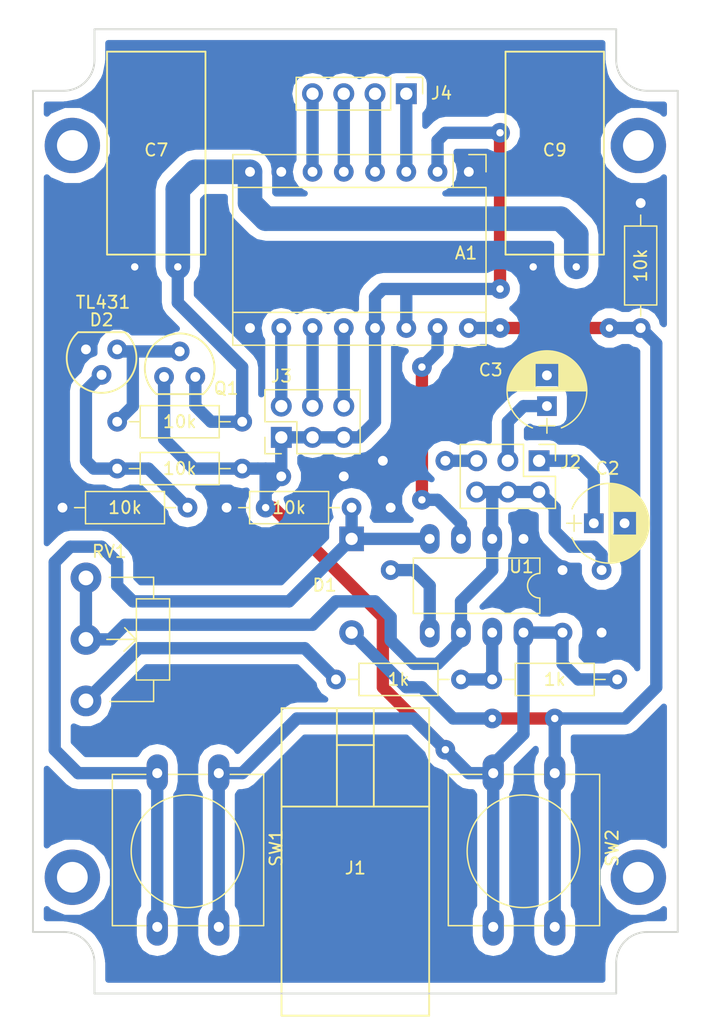
<source format=kicad_pcb>
(kicad_pcb (version 4) (host pcbnew 4.0.7)

  (general
    (links 70)
    (no_connects 1)
    (area 0 0 0 0)
    (thickness 1.6)
    (drawings 0)
    (tracks 161)
    (zones 0)
    (modules 29)
    (nets 23)
  )

  (page A4)
  (layers
    (0 F.Cu signal)
    (31 B.Cu signal)
    (32 B.Adhes user)
    (33 F.Adhes user)
    (34 B.Paste user)
    (35 F.Paste user)
    (36 B.SilkS user)
    (37 F.SilkS user)
    (38 B.Mask user)
    (39 F.Mask user)
    (40 Dwgs.User user)
    (41 Cmts.User user)
    (42 Eco1.User user)
    (43 Eco2.User user)
    (44 Edge.Cuts user)
    (45 Margin user)
    (46 B.CrtYd user)
    (47 F.CrtYd user)
    (48 B.Fab user)
    (49 F.Fab user)
  )

  (setup
    (last_trace_width 1)
    (user_trace_width 0.5)
    (user_trace_width 1)
    (user_trace_width 2)
    (trace_clearance 0.2)
    (zone_clearance 0.8)
    (zone_45_only no)
    (trace_min 0.2)
    (segment_width 0.2)
    (edge_width 0.15)
    (via_size 1.6)
    (via_drill 0.6)
    (via_min_size 0.4)
    (via_min_drill 0.3)
    (uvia_size 0.3)
    (uvia_drill 0.1)
    (uvias_allowed no)
    (uvia_min_size 0.2)
    (uvia_min_drill 0.1)
    (pcb_text_width 0.3)
    (pcb_text_size 1.5 1.5)
    (mod_edge_width 0.15)
    (mod_text_size 1 1)
    (mod_text_width 0.15)
    (pad_size 1.6 1.6)
    (pad_drill 0.8)
    (pad_to_mask_clearance 0.2)
    (aux_axis_origin 0 0)
    (visible_elements 7FFFFFFF)
    (pcbplotparams
      (layerselection 0x00030_80000001)
      (usegerberextensions false)
      (excludeedgelayer true)
      (linewidth 0.100000)
      (plotframeref false)
      (viasonmask false)
      (mode 1)
      (useauxorigin false)
      (hpglpennumber 1)
      (hpglpenspeed 20)
      (hpglpendiameter 15)
      (hpglpenoverlay 2)
      (psnegative false)
      (psa4output false)
      (plotreference true)
      (plotvalue true)
      (plotinvisibletext false)
      (padsonsilk false)
      (subtractmaskfromsilk false)
      (outputformat 1)
      (mirror false)
      (drillshape 1)
      (scaleselection 1)
      (outputdirectory ""))
  )

  (net 0 "")
  (net 1 GNDD)
  (net 2 +5V)
  (net 3 "Net-(A1-Pad10)")
  (net 4 "Net-(A1-Pad3)")
  (net 5 "Net-(A1-Pad11)")
  (net 6 "Net-(A1-Pad4)")
  (net 7 "Net-(A1-Pad12)")
  (net 8 "Net-(A1-Pad5)")
  (net 9 "Net-(A1-Pad6)")
  (net 10 "Net-(A1-Pad15)")
  (net 11 +24V)
  (net 12 DIR)
  (net 13 "Net-(C2-Pad1)")
  (net 14 "Net-(C3-Pad1)")
  (net 15 "Net-(C4-Pad1)")
  (net 16 "Net-(C5-Pad1)")
  (net 17 "Net-(C6-Pad1)")
  (net 18 ~RESET)
  (net 19 "Net-(D2-Pad1)")
  (net 20 "Net-(D2-Pad2)")
  (net 21 "Net-(R1-Pad2)")
  (net 22 "Net-(R2-Pad2)")

  (net_class Default "Это класс цепей по умолчанию."
    (clearance 0.2)
    (trace_width 0.25)
    (via_dia 1.6)
    (via_drill 0.6)
    (uvia_dia 0.3)
    (uvia_drill 0.1)
    (add_net +24V)
    (add_net +5V)
    (add_net DIR)
    (add_net GNDD)
    (add_net "Net-(A1-Pad10)")
    (add_net "Net-(A1-Pad11)")
    (add_net "Net-(A1-Pad12)")
    (add_net "Net-(A1-Pad15)")
    (add_net "Net-(A1-Pad3)")
    (add_net "Net-(A1-Pad4)")
    (add_net "Net-(A1-Pad5)")
    (add_net "Net-(A1-Pad6)")
    (add_net "Net-(C2-Pad1)")
    (add_net "Net-(C3-Pad1)")
    (add_net "Net-(C4-Pad1)")
    (add_net "Net-(C5-Pad1)")
    (add_net "Net-(C6-Pad1)")
    (add_net "Net-(D2-Pad1)")
    (add_net "Net-(D2-Pad2)")
    (add_net "Net-(R1-Pad2)")
    (add_net "Net-(R2-Pad2)")
    (add_net ~RESET)
  )

  (module Pin_Headers:Pin_Header_Straight_2x03_Pitch2.54mm (layer F.Cu) (tedit 623C9E9C) (tstamp 623A4225)
    (at 114.935 95.885 270)
    (descr "Through hole straight pin header, 2x03, 2.54mm pitch, double rows")
    (tags "Through hole pin header THT 2x03 2.54mm double row")
    (path /62393763)
    (fp_text reference J2 (at 0.115 -2.565 360) (layer F.SilkS)
      (effects (font (size 1 1) (thickness 0.15)))
    )
    (fp_text value Conn_02x03_Odd_Even (at -1.885 -1.565 360) (layer F.Fab) hide
      (effects (font (size 1 1) (thickness 0.15)))
    )
    (fp_line (start 0 -1.27) (end 3.81 -1.27) (layer F.Fab) (width 0.1))
    (fp_line (start 3.81 -1.27) (end 3.81 6.35) (layer F.Fab) (width 0.1))
    (fp_line (start 3.81 6.35) (end -1.27 6.35) (layer F.Fab) (width 0.1))
    (fp_line (start -1.27 6.35) (end -1.27 0) (layer F.Fab) (width 0.1))
    (fp_line (start -1.27 0) (end 0 -1.27) (layer F.Fab) (width 0.1))
    (fp_line (start -1.33 6.41) (end 3.87 6.41) (layer F.SilkS) (width 0.12))
    (fp_line (start -1.33 1.27) (end -1.33 6.41) (layer F.SilkS) (width 0.12))
    (fp_line (start 3.87 -1.33) (end 3.87 6.41) (layer F.SilkS) (width 0.12))
    (fp_line (start -1.33 1.27) (end 1.27 1.27) (layer F.SilkS) (width 0.12))
    (fp_line (start 1.27 1.27) (end 1.27 -1.33) (layer F.SilkS) (width 0.12))
    (fp_line (start 1.27 -1.33) (end 3.87 -1.33) (layer F.SilkS) (width 0.12))
    (fp_line (start -1.33 0) (end -1.33 -1.33) (layer F.SilkS) (width 0.12))
    (fp_line (start -1.33 -1.33) (end 0 -1.33) (layer F.SilkS) (width 0.12))
    (fp_line (start -1.8 -1.8) (end -1.8 6.85) (layer F.CrtYd) (width 0.05))
    (fp_line (start -1.8 6.85) (end 4.35 6.85) (layer F.CrtYd) (width 0.05))
    (fp_line (start 4.35 6.85) (end 4.35 -1.8) (layer F.CrtYd) (width 0.05))
    (fp_line (start 4.35 -1.8) (end -1.8 -1.8) (layer F.CrtYd) (width 0.05))
    (fp_text user %R (at 1.27 2.54 360) (layer F.Fab)
      (effects (font (size 1 1) (thickness 0.15)))
    )
    (pad 1 thru_hole rect (at 0 0 270) (size 1.7 1.7) (drill 1) (layers *.Cu *.Mask)
      (net 13 "Net-(C2-Pad1)"))
    (pad 2 thru_hole oval (at 2.54 0 270) (size 1.7 1.7) (drill 1) (layers *.Cu *.Mask)
      (net 16 "Net-(C5-Pad1)"))
    (pad 3 thru_hole oval (at 0 2.54 270) (size 1.7 1.7) (drill 1) (layers *.Cu *.Mask)
      (net 14 "Net-(C3-Pad1)"))
    (pad 4 thru_hole oval (at 2.54 2.54 270) (size 1.7 1.7) (drill 1) (layers *.Cu *.Mask)
      (net 16 "Net-(C5-Pad1)"))
    (pad 5 thru_hole oval (at 0 5.08 270) (size 1.7 1.7) (drill 1) (layers *.Cu *.Mask)
      (net 15 "Net-(C4-Pad1)"))
    (pad 6 thru_hole oval (at 2.54 5.08 270) (size 1.7 1.7) (drill 1) (layers *.Cu *.Mask)
      (net 16 "Net-(C5-Pad1)"))
    (model ${KISYS3DMOD}/Pin_Headers.3dshapes/Pin_Header_Straight_2x03_Pitch2.54mm.wrl
      (at (xyz 0 0 0))
      (scale (xyz 1 1 1))
      (rotate (xyz 0 0 0))
    )
  )

  (module MyFootprints:Case_Adaptive locked (layer F.Cu) (tedit 623C9E97) (tstamp 623A2451)
    (at 100 100)
    (fp_text reference REF** (at -5.5 3.5) (layer F.SilkS) hide
      (effects (font (size 1 1) (thickness 0.15)))
    )
    (fp_text value Adaptive (at -5.5 2) (layer F.Fab) hide
      (effects (font (size 1 1) (thickness 0.15)))
    )
    (fp_line (start 28.5 40.95) (end -28.5 40.95) (layer Margin) (width 0.15))
    (fp_line (start 28.5 -40.95) (end 28.5 40.95) (layer Margin) (width 0.15))
    (fp_line (start -28.5 -40.95) (end -28.5 40.95) (layer Margin) (width 0.15))
    (fp_line (start 28.5 -40.95) (end -28.5 -40.95) (layer Margin) (width 0.15))
    (fp_line (start -26.25 39.25) (end 26.25 39.25) (layer Margin) (width 0.15))
    (fp_line (start 26.25 -39.25) (end -26.25 -39.25) (layer Margin) (width 0.15))
    (fp_line (start 26.25 -39.25) (end 26.25 39.25) (layer Margin) (width 0.15))
    (fp_line (start -26.25 -39.25) (end -26.25 39.25) (layer Margin) (width 0.15))
    (fp_line (start -21.2 31.2) (end 21.2 31.2) (layer Dwgs.User) (width 0.15))
    (fp_line (start -21.2 -31.2) (end 21.2 -31.2) (layer Dwgs.User) (width 0.15))
    (fp_line (start 21.2 -31.2) (end 21.2 31.2) (layer Dwgs.User) (width 0.15))
    (fp_line (start -21.2 -31.2) (end -21.2 31.2) (layer Dwgs.User) (width 0.15))
    (fp_circle (center 17 25.25) (end 14.75 25.25) (layer Dwgs.User) (width 0.15))
    (fp_circle (center -17 25.25) (end -14.75 25.25) (layer Dwgs.User) (width 0.15))
    (fp_circle (center 17 -25.25) (end 14.75 -25.25) (layer Dwgs.User) (width 0.15))
    (fp_circle (center 23 29.75) (end 20.75 29.75) (layer Dwgs.User) (width 0.15))
    (fp_circle (center -23 29.75) (end -20.75 29.75) (layer Dwgs.User) (width 0.15))
    (fp_circle (center 23 -29.75) (end 20.75 -29.75) (layer Dwgs.User) (width 0.15))
    (fp_line (start -26.2 34.2) (end -23.7 34.2) (layer Edge.Cuts) (width 0.15))
    (fp_arc (start -23.7 36.7) (end -21.2 36.7) (angle -90) (layer Edge.Cuts) (width 0.15))
    (fp_line (start -21.2 39.2) (end -21.2 36.7) (layer Edge.Cuts) (width 0.15))
    (fp_line (start 26.2 34.2) (end 23.7 34.2) (layer Edge.Cuts) (width 0.15))
    (fp_arc (start 23.7 36.7) (end 21.2 36.7) (angle 90) (layer Edge.Cuts) (width 0.15))
    (fp_line (start 21.2 39.2) (end 21.2 36.7) (layer Edge.Cuts) (width 0.15))
    (fp_line (start 21.2 -39.2) (end 21.2 -36.7) (layer Edge.Cuts) (width 0.15))
    (fp_arc (start 23.7 -36.7) (end 21.2 -36.7) (angle -90) (layer Edge.Cuts) (width 0.15))
    (fp_line (start 26.2 -34.2) (end 23.7 -34.2) (layer Edge.Cuts) (width 0.15))
    (fp_line (start 26.2 -34.2) (end 26.2 34.2) (layer Edge.Cuts) (width 0.15))
    (fp_line (start -21.2 39.2) (end 21.2 39.2) (layer Edge.Cuts) (width 0.15))
    (fp_arc (start -23.7 -36.7) (end -21.2 -36.7) (angle 90) (layer Edge.Cuts) (width 0.15))
    (fp_line (start -26.2 -34.2) (end -23.7 -34.2) (layer Edge.Cuts) (width 0.15))
    (fp_line (start -21.2 -39.2) (end -21.2 -36.7) (layer Edge.Cuts) (width 0.15))
    (fp_circle (center -23 -29.75) (end -20.75 -29.75) (layer Dwgs.User) (width 0.15))
    (fp_circle (center -17 -25.25) (end -14.75 -25.25) (layer Dwgs.User) (width 0.15))
    (fp_line (start -26.2 -34.2) (end -26.2 34.2) (layer Edge.Cuts) (width 0.15))
    (fp_line (start -21.2 -39.2) (end 21.2 -39.2) (layer Edge.Cuts) (width 0.15))
    (pad "" thru_hole circle (at 23 29.75) (size 4.5 4.5) (drill 2.5) (layers *.Cu *.Mask))
    (pad "" thru_hole circle (at -23 29.75) (size 4.5 4.5) (drill 2.5) (layers *.Cu *.Mask))
    (pad "" thru_hole circle (at 23 -29.75) (size 4.5 4.5) (drill 2.5) (layers *.Cu *.Mask))
    (pad "" thru_hole circle (at -23 -29.75) (size 4.5 4.5) (drill 2.5) (layers *.Cu *.Mask))
  )

  (module Modules:Pololu_Breakout-16_15.2x20.3mm (layer F.Cu) (tedit 623C9F4B) (tstamp 623A41D8)
    (at 109.22 72.39 270)
    (descr "Pololu Breakout 16-pin 15.2x20.3mm 0.6x0.8\\")
    (path /6238DF3A)
    (fp_text reference A1 (at 6.61 0.22 360) (layer F.SilkS)
      (effects (font (size 1 1) (thickness 0.15)))
    )
    (fp_text value Driver_Motor:Pololu_Breakout_A4988 (at 3.61 4.22 360) (layer F.Fab) hide
      (effects (font (size 1 1) (thickness 0.15)))
    )
    (fp_text user %R (at 6.61 0.22 360) (layer F.Fab)
      (effects (font (size 1 1) (thickness 0.15)))
    )
    (fp_line (start 11.43 -1.4) (end 11.43 19.18) (layer F.SilkS) (width 0.12))
    (fp_line (start 1.27 1.27) (end 1.27 19.18) (layer F.SilkS) (width 0.12))
    (fp_line (start 0 -1.4) (end -1.4 -1.4) (layer F.SilkS) (width 0.12))
    (fp_line (start -1.4 -1.4) (end -1.4 0) (layer F.SilkS) (width 0.12))
    (fp_line (start 1.27 -1.4) (end 1.27 1.27) (layer F.SilkS) (width 0.12))
    (fp_line (start 1.27 1.27) (end -1.4 1.27) (layer F.SilkS) (width 0.12))
    (fp_line (start -1.4 1.27) (end -1.4 19.18) (layer F.SilkS) (width 0.12))
    (fp_line (start -1.4 19.18) (end 14.1 19.18) (layer F.SilkS) (width 0.12))
    (fp_line (start 14.1 19.18) (end 14.1 -1.4) (layer F.SilkS) (width 0.12))
    (fp_line (start 14.1 -1.4) (end 1.27 -1.4) (layer F.SilkS) (width 0.12))
    (fp_line (start -1.27 0) (end 0 -1.27) (layer F.Fab) (width 0.1))
    (fp_line (start 0 -1.27) (end 13.97 -1.27) (layer F.Fab) (width 0.1))
    (fp_line (start 13.97 -1.27) (end 13.97 19.05) (layer F.Fab) (width 0.1))
    (fp_line (start 13.97 19.05) (end -1.27 19.05) (layer F.Fab) (width 0.1))
    (fp_line (start -1.27 19.05) (end -1.27 0) (layer F.Fab) (width 0.1))
    (fp_line (start -1.53 -1.52) (end 14.21 -1.52) (layer F.CrtYd) (width 0.05))
    (fp_line (start -1.53 -1.52) (end -1.53 19.3) (layer F.CrtYd) (width 0.05))
    (fp_line (start 14.21 19.3) (end 14.21 -1.52) (layer F.CrtYd) (width 0.05))
    (fp_line (start 14.21 19.3) (end -1.53 19.3) (layer F.CrtYd) (width 0.05))
    (pad 1 thru_hole rect (at 0 0 270) (size 1.6 1.6) (drill 0.8) (layers *.Cu *.Mask)
      (net 1 GNDD))
    (pad 9 thru_hole oval (at 12.7 17.78 270) (size 1.6 1.6) (drill 0.8) (layers *.Cu *.Mask)
      (net 1 GNDD))
    (pad 2 thru_hole oval (at 0 2.54 270) (size 1.6 1.6) (drill 0.8) (layers *.Cu *.Mask)
      (net 2 +5V))
    (pad 10 thru_hole oval (at 12.7 15.24 270) (size 1.6 1.6) (drill 0.8) (layers *.Cu *.Mask)
      (net 3 "Net-(A1-Pad10)"))
    (pad 3 thru_hole oval (at 0 5.08 270) (size 1.6 1.6) (drill 0.8) (layers *.Cu *.Mask)
      (net 4 "Net-(A1-Pad3)"))
    (pad 11 thru_hole oval (at 12.7 12.7 270) (size 1.6 1.6) (drill 0.8) (layers *.Cu *.Mask)
      (net 5 "Net-(A1-Pad11)"))
    (pad 4 thru_hole oval (at 0 7.62 270) (size 1.6 1.6) (drill 0.8) (layers *.Cu *.Mask)
      (net 6 "Net-(A1-Pad4)"))
    (pad 12 thru_hole oval (at 12.7 10.16 270) (size 1.6 1.6) (drill 0.8) (layers *.Cu *.Mask)
      (net 7 "Net-(A1-Pad12)"))
    (pad 5 thru_hole oval (at 0 10.16 270) (size 1.6 1.6) (drill 0.8) (layers *.Cu *.Mask)
      (net 8 "Net-(A1-Pad5)"))
    (pad 13 thru_hole oval (at 12.7 7.62 270) (size 1.6 1.6) (drill 0.8) (layers *.Cu *.Mask)
      (net 2 +5V))
    (pad 6 thru_hole oval (at 0 12.7 270) (size 1.6 1.6) (drill 0.8) (layers *.Cu *.Mask)
      (net 9 "Net-(A1-Pad6)"))
    (pad 14 thru_hole oval (at 12.7 5.08 270) (size 1.6 1.6) (drill 0.8) (layers *.Cu *.Mask)
      (net 2 +5V))
    (pad 7 thru_hole oval (at 0 15.24 270) (size 1.6 1.6) (drill 0.8) (layers *.Cu *.Mask)
      (net 1 GNDD))
    (pad 15 thru_hole oval (at 12.7 2.54 270) (size 1.6 1.6) (drill 0.8) (layers *.Cu *.Mask)
      (net 10 "Net-(A1-Pad15)"))
    (pad 8 thru_hole oval (at 0 17.78 270) (size 1.6 1.6) (drill 0.8) (layers *.Cu *.Mask)
      (net 11 +24V))
    (pad 16 thru_hole oval (at 12.7 0 270) (size 1.6 1.6) (drill 0.8) (layers *.Cu *.Mask)
      (net 12 DIR))
  )

  (module MyFootprints:CAP (layer F.Cu) (tedit 623C9F57) (tstamp 623A41DE)
    (at 116.84 109.855 90)
    (descr "C, Disc series, Radial, pin pitch=5.00mm, , diameter*width=5*2.5mm^2, Capacitor, http://cdn-reichelt.de/documents/datenblatt/B300/DS_KERKO_TC.pdf")
    (tags "C Disc series Radial pin pitch 5.00mm  diameter 5mm width 2.5mm Capacitor")
    (path /6238F48F)
    (fp_text reference C1 (at 6.855 0.16 180) (layer F.Fab)
      (effects (font (size 1 1) (thickness 0.15)))
    )
    (fp_text value 100nF (at 2.5 1.5 90) (layer F.Fab)
      (effects (font (size 1 1) (thickness 0.15)))
    )
    (fp_line (start 2.5 0) (end 0 0) (layer F.Fab) (width 0.15))
    (fp_line (start 3 0) (end 5 0) (layer F.Fab) (width 0.15))
    (fp_line (start 3 -0.5) (end 3 0.5) (layer F.Fab) (width 0.15))
    (fp_line (start 2.5 -0.5) (end 2.5 0.5) (layer F.Fab) (width 0.15))
    (pad 1 thru_hole circle (at 0 0 90) (size 1.6 1.6) (drill 0.8) (layers *.Cu *.Mask)
      (net 2 +5V))
    (pad 2 thru_hole circle (at 5.08 0 90) (size 1.6 1.6) (drill 0.8) (layers *.Cu *.Mask)
      (net 1 GNDD))
    (model ${KISYS3DMOD}/Capacitors_THT.3dshapes/C_Disc_D5.0mm_W2.5mm_P5.00mm.wrl
      (at (xyz 0 0 0))
      (scale (xyz 1 1 1))
      (rotate (xyz 0 0 0))
    )
  )

  (module Capacitors_THT:CP_Radial_D6.3mm_P2.50mm (layer F.Cu) (tedit 623C9F81) (tstamp 623A41E4)
    (at 119.38 100.965)
    (descr "CP, Radial series, Radial, pin pitch=2.50mm, , diameter=6.3mm, Electrolytic Capacitor")
    (tags "CP Radial series Radial pin pitch 2.50mm  diameter 6.3mm Electrolytic Capacitor")
    (path /62393CA5)
    (fp_text reference C2 (at 1.12 -4.465) (layer F.SilkS)
      (effects (font (size 1 1) (thickness 0.15)))
    )
    (fp_text value 100uF (at 4.62 -4.465) (layer F.Fab)
      (effects (font (size 1 1) (thickness 0.15)))
    )
    (fp_arc (start 1.25 0) (end -1.767482 -1.18) (angle 137.3) (layer F.SilkS) (width 0.12))
    (fp_arc (start 1.25 0) (end -1.767482 1.18) (angle -137.3) (layer F.SilkS) (width 0.12))
    (fp_arc (start 1.25 0) (end 4.267482 -1.18) (angle 42.7) (layer F.SilkS) (width 0.12))
    (fp_circle (center 1.25 0) (end 4.4 0) (layer F.Fab) (width 0.1))
    (fp_line (start -2.2 0) (end -1 0) (layer F.Fab) (width 0.1))
    (fp_line (start -1.6 -0.65) (end -1.6 0.65) (layer F.Fab) (width 0.1))
    (fp_line (start 1.25 -3.2) (end 1.25 3.2) (layer F.SilkS) (width 0.12))
    (fp_line (start 1.29 -3.2) (end 1.29 3.2) (layer F.SilkS) (width 0.12))
    (fp_line (start 1.33 -3.2) (end 1.33 3.2) (layer F.SilkS) (width 0.12))
    (fp_line (start 1.37 -3.198) (end 1.37 3.198) (layer F.SilkS) (width 0.12))
    (fp_line (start 1.41 -3.197) (end 1.41 3.197) (layer F.SilkS) (width 0.12))
    (fp_line (start 1.45 -3.194) (end 1.45 3.194) (layer F.SilkS) (width 0.12))
    (fp_line (start 1.49 -3.192) (end 1.49 3.192) (layer F.SilkS) (width 0.12))
    (fp_line (start 1.53 -3.188) (end 1.53 -0.98) (layer F.SilkS) (width 0.12))
    (fp_line (start 1.53 0.98) (end 1.53 3.188) (layer F.SilkS) (width 0.12))
    (fp_line (start 1.57 -3.185) (end 1.57 -0.98) (layer F.SilkS) (width 0.12))
    (fp_line (start 1.57 0.98) (end 1.57 3.185) (layer F.SilkS) (width 0.12))
    (fp_line (start 1.61 -3.18) (end 1.61 -0.98) (layer F.SilkS) (width 0.12))
    (fp_line (start 1.61 0.98) (end 1.61 3.18) (layer F.SilkS) (width 0.12))
    (fp_line (start 1.65 -3.176) (end 1.65 -0.98) (layer F.SilkS) (width 0.12))
    (fp_line (start 1.65 0.98) (end 1.65 3.176) (layer F.SilkS) (width 0.12))
    (fp_line (start 1.69 -3.17) (end 1.69 -0.98) (layer F.SilkS) (width 0.12))
    (fp_line (start 1.69 0.98) (end 1.69 3.17) (layer F.SilkS) (width 0.12))
    (fp_line (start 1.73 -3.165) (end 1.73 -0.98) (layer F.SilkS) (width 0.12))
    (fp_line (start 1.73 0.98) (end 1.73 3.165) (layer F.SilkS) (width 0.12))
    (fp_line (start 1.77 -3.158) (end 1.77 -0.98) (layer F.SilkS) (width 0.12))
    (fp_line (start 1.77 0.98) (end 1.77 3.158) (layer F.SilkS) (width 0.12))
    (fp_line (start 1.81 -3.152) (end 1.81 -0.98) (layer F.SilkS) (width 0.12))
    (fp_line (start 1.81 0.98) (end 1.81 3.152) (layer F.SilkS) (width 0.12))
    (fp_line (start 1.85 -3.144) (end 1.85 -0.98) (layer F.SilkS) (width 0.12))
    (fp_line (start 1.85 0.98) (end 1.85 3.144) (layer F.SilkS) (width 0.12))
    (fp_line (start 1.89 -3.137) (end 1.89 -0.98) (layer F.SilkS) (width 0.12))
    (fp_line (start 1.89 0.98) (end 1.89 3.137) (layer F.SilkS) (width 0.12))
    (fp_line (start 1.93 -3.128) (end 1.93 -0.98) (layer F.SilkS) (width 0.12))
    (fp_line (start 1.93 0.98) (end 1.93 3.128) (layer F.SilkS) (width 0.12))
    (fp_line (start 1.971 -3.119) (end 1.971 -0.98) (layer F.SilkS) (width 0.12))
    (fp_line (start 1.971 0.98) (end 1.971 3.119) (layer F.SilkS) (width 0.12))
    (fp_line (start 2.011 -3.11) (end 2.011 -0.98) (layer F.SilkS) (width 0.12))
    (fp_line (start 2.011 0.98) (end 2.011 3.11) (layer F.SilkS) (width 0.12))
    (fp_line (start 2.051 -3.1) (end 2.051 -0.98) (layer F.SilkS) (width 0.12))
    (fp_line (start 2.051 0.98) (end 2.051 3.1) (layer F.SilkS) (width 0.12))
    (fp_line (start 2.091 -3.09) (end 2.091 -0.98) (layer F.SilkS) (width 0.12))
    (fp_line (start 2.091 0.98) (end 2.091 3.09) (layer F.SilkS) (width 0.12))
    (fp_line (start 2.131 -3.079) (end 2.131 -0.98) (layer F.SilkS) (width 0.12))
    (fp_line (start 2.131 0.98) (end 2.131 3.079) (layer F.SilkS) (width 0.12))
    (fp_line (start 2.171 -3.067) (end 2.171 -0.98) (layer F.SilkS) (width 0.12))
    (fp_line (start 2.171 0.98) (end 2.171 3.067) (layer F.SilkS) (width 0.12))
    (fp_line (start 2.211 -3.055) (end 2.211 -0.98) (layer F.SilkS) (width 0.12))
    (fp_line (start 2.211 0.98) (end 2.211 3.055) (layer F.SilkS) (width 0.12))
    (fp_line (start 2.251 -3.042) (end 2.251 -0.98) (layer F.SilkS) (width 0.12))
    (fp_line (start 2.251 0.98) (end 2.251 3.042) (layer F.SilkS) (width 0.12))
    (fp_line (start 2.291 -3.029) (end 2.291 -0.98) (layer F.SilkS) (width 0.12))
    (fp_line (start 2.291 0.98) (end 2.291 3.029) (layer F.SilkS) (width 0.12))
    (fp_line (start 2.331 -3.015) (end 2.331 -0.98) (layer F.SilkS) (width 0.12))
    (fp_line (start 2.331 0.98) (end 2.331 3.015) (layer F.SilkS) (width 0.12))
    (fp_line (start 2.371 -3.001) (end 2.371 -0.98) (layer F.SilkS) (width 0.12))
    (fp_line (start 2.371 0.98) (end 2.371 3.001) (layer F.SilkS) (width 0.12))
    (fp_line (start 2.411 -2.986) (end 2.411 -0.98) (layer F.SilkS) (width 0.12))
    (fp_line (start 2.411 0.98) (end 2.411 2.986) (layer F.SilkS) (width 0.12))
    (fp_line (start 2.451 -2.97) (end 2.451 -0.98) (layer F.SilkS) (width 0.12))
    (fp_line (start 2.451 0.98) (end 2.451 2.97) (layer F.SilkS) (width 0.12))
    (fp_line (start 2.491 -2.954) (end 2.491 -0.98) (layer F.SilkS) (width 0.12))
    (fp_line (start 2.491 0.98) (end 2.491 2.954) (layer F.SilkS) (width 0.12))
    (fp_line (start 2.531 -2.937) (end 2.531 -0.98) (layer F.SilkS) (width 0.12))
    (fp_line (start 2.531 0.98) (end 2.531 2.937) (layer F.SilkS) (width 0.12))
    (fp_line (start 2.571 -2.919) (end 2.571 -0.98) (layer F.SilkS) (width 0.12))
    (fp_line (start 2.571 0.98) (end 2.571 2.919) (layer F.SilkS) (width 0.12))
    (fp_line (start 2.611 -2.901) (end 2.611 -0.98) (layer F.SilkS) (width 0.12))
    (fp_line (start 2.611 0.98) (end 2.611 2.901) (layer F.SilkS) (width 0.12))
    (fp_line (start 2.651 -2.882) (end 2.651 -0.98) (layer F.SilkS) (width 0.12))
    (fp_line (start 2.651 0.98) (end 2.651 2.882) (layer F.SilkS) (width 0.12))
    (fp_line (start 2.691 -2.863) (end 2.691 -0.98) (layer F.SilkS) (width 0.12))
    (fp_line (start 2.691 0.98) (end 2.691 2.863) (layer F.SilkS) (width 0.12))
    (fp_line (start 2.731 -2.843) (end 2.731 -0.98) (layer F.SilkS) (width 0.12))
    (fp_line (start 2.731 0.98) (end 2.731 2.843) (layer F.SilkS) (width 0.12))
    (fp_line (start 2.771 -2.822) (end 2.771 -0.98) (layer F.SilkS) (width 0.12))
    (fp_line (start 2.771 0.98) (end 2.771 2.822) (layer F.SilkS) (width 0.12))
    (fp_line (start 2.811 -2.8) (end 2.811 -0.98) (layer F.SilkS) (width 0.12))
    (fp_line (start 2.811 0.98) (end 2.811 2.8) (layer F.SilkS) (width 0.12))
    (fp_line (start 2.851 -2.778) (end 2.851 -0.98) (layer F.SilkS) (width 0.12))
    (fp_line (start 2.851 0.98) (end 2.851 2.778) (layer F.SilkS) (width 0.12))
    (fp_line (start 2.891 -2.755) (end 2.891 -0.98) (layer F.SilkS) (width 0.12))
    (fp_line (start 2.891 0.98) (end 2.891 2.755) (layer F.SilkS) (width 0.12))
    (fp_line (start 2.931 -2.731) (end 2.931 -0.98) (layer F.SilkS) (width 0.12))
    (fp_line (start 2.931 0.98) (end 2.931 2.731) (layer F.SilkS) (width 0.12))
    (fp_line (start 2.971 -2.706) (end 2.971 -0.98) (layer F.SilkS) (width 0.12))
    (fp_line (start 2.971 0.98) (end 2.971 2.706) (layer F.SilkS) (width 0.12))
    (fp_line (start 3.011 -2.681) (end 3.011 -0.98) (layer F.SilkS) (width 0.12))
    (fp_line (start 3.011 0.98) (end 3.011 2.681) (layer F.SilkS) (width 0.12))
    (fp_line (start 3.051 -2.654) (end 3.051 -0.98) (layer F.SilkS) (width 0.12))
    (fp_line (start 3.051 0.98) (end 3.051 2.654) (layer F.SilkS) (width 0.12))
    (fp_line (start 3.091 -2.627) (end 3.091 -0.98) (layer F.SilkS) (width 0.12))
    (fp_line (start 3.091 0.98) (end 3.091 2.627) (layer F.SilkS) (width 0.12))
    (fp_line (start 3.131 -2.599) (end 3.131 -0.98) (layer F.SilkS) (width 0.12))
    (fp_line (start 3.131 0.98) (end 3.131 2.599) (layer F.SilkS) (width 0.12))
    (fp_line (start 3.171 -2.57) (end 3.171 -0.98) (layer F.SilkS) (width 0.12))
    (fp_line (start 3.171 0.98) (end 3.171 2.57) (layer F.SilkS) (width 0.12))
    (fp_line (start 3.211 -2.54) (end 3.211 -0.98) (layer F.SilkS) (width 0.12))
    (fp_line (start 3.211 0.98) (end 3.211 2.54) (layer F.SilkS) (width 0.12))
    (fp_line (start 3.251 -2.51) (end 3.251 -0.98) (layer F.SilkS) (width 0.12))
    (fp_line (start 3.251 0.98) (end 3.251 2.51) (layer F.SilkS) (width 0.12))
    (fp_line (start 3.291 -2.478) (end 3.291 -0.98) (layer F.SilkS) (width 0.12))
    (fp_line (start 3.291 0.98) (end 3.291 2.478) (layer F.SilkS) (width 0.12))
    (fp_line (start 3.331 -2.445) (end 3.331 -0.98) (layer F.SilkS) (width 0.12))
    (fp_line (start 3.331 0.98) (end 3.331 2.445) (layer F.SilkS) (width 0.12))
    (fp_line (start 3.371 -2.411) (end 3.371 -0.98) (layer F.SilkS) (width 0.12))
    (fp_line (start 3.371 0.98) (end 3.371 2.411) (layer F.SilkS) (width 0.12))
    (fp_line (start 3.411 -2.375) (end 3.411 -0.98) (layer F.SilkS) (width 0.12))
    (fp_line (start 3.411 0.98) (end 3.411 2.375) (layer F.SilkS) (width 0.12))
    (fp_line (start 3.451 -2.339) (end 3.451 -0.98) (layer F.SilkS) (width 0.12))
    (fp_line (start 3.451 0.98) (end 3.451 2.339) (layer F.SilkS) (width 0.12))
    (fp_line (start 3.491 -2.301) (end 3.491 2.301) (layer F.SilkS) (width 0.12))
    (fp_line (start 3.531 -2.262) (end 3.531 2.262) (layer F.SilkS) (width 0.12))
    (fp_line (start 3.571 -2.222) (end 3.571 2.222) (layer F.SilkS) (width 0.12))
    (fp_line (start 3.611 -2.18) (end 3.611 2.18) (layer F.SilkS) (width 0.12))
    (fp_line (start 3.651 -2.137) (end 3.651 2.137) (layer F.SilkS) (width 0.12))
    (fp_line (start 3.691 -2.092) (end 3.691 2.092) (layer F.SilkS) (width 0.12))
    (fp_line (start 3.731 -2.045) (end 3.731 2.045) (layer F.SilkS) (width 0.12))
    (fp_line (start 3.771 -1.997) (end 3.771 1.997) (layer F.SilkS) (width 0.12))
    (fp_line (start 3.811 -1.946) (end 3.811 1.946) (layer F.SilkS) (width 0.12))
    (fp_line (start 3.851 -1.894) (end 3.851 1.894) (layer F.SilkS) (width 0.12))
    (fp_line (start 3.891 -1.839) (end 3.891 1.839) (layer F.SilkS) (width 0.12))
    (fp_line (start 3.931 -1.781) (end 3.931 1.781) (layer F.SilkS) (width 0.12))
    (fp_line (start 3.971 -1.721) (end 3.971 1.721) (layer F.SilkS) (width 0.12))
    (fp_line (start 4.011 -1.658) (end 4.011 1.658) (layer F.SilkS) (width 0.12))
    (fp_line (start 4.051 -1.591) (end 4.051 1.591) (layer F.SilkS) (width 0.12))
    (fp_line (start 4.091 -1.52) (end 4.091 1.52) (layer F.SilkS) (width 0.12))
    (fp_line (start 4.131 -1.445) (end 4.131 1.445) (layer F.SilkS) (width 0.12))
    (fp_line (start 4.171 -1.364) (end 4.171 1.364) (layer F.SilkS) (width 0.12))
    (fp_line (start 4.211 -1.278) (end 4.211 1.278) (layer F.SilkS) (width 0.12))
    (fp_line (start 4.251 -1.184) (end 4.251 1.184) (layer F.SilkS) (width 0.12))
    (fp_line (start 4.291 -1.081) (end 4.291 1.081) (layer F.SilkS) (width 0.12))
    (fp_line (start 4.331 -0.966) (end 4.331 0.966) (layer F.SilkS) (width 0.12))
    (fp_line (start 4.371 -0.834) (end 4.371 0.834) (layer F.SilkS) (width 0.12))
    (fp_line (start 4.411 -0.676) (end 4.411 0.676) (layer F.SilkS) (width 0.12))
    (fp_line (start 4.451 -0.468) (end 4.451 0.468) (layer F.SilkS) (width 0.12))
    (fp_line (start -2.2 0) (end -1 0) (layer F.SilkS) (width 0.12))
    (fp_line (start -1.6 -0.65) (end -1.6 0.65) (layer F.SilkS) (width 0.12))
    (fp_line (start -2.25 -3.5) (end -2.25 3.5) (layer F.CrtYd) (width 0.05))
    (fp_line (start -2.25 3.5) (end 4.75 3.5) (layer F.CrtYd) (width 0.05))
    (fp_line (start 4.75 3.5) (end 4.75 -3.5) (layer F.CrtYd) (width 0.05))
    (fp_line (start 4.75 -3.5) (end -2.25 -3.5) (layer F.CrtYd) (width 0.05))
    (fp_text user %R (at 1.12 -4.465) (layer F.Fab)
      (effects (font (size 1 1) (thickness 0.15)))
    )
    (pad 1 thru_hole rect (at 0 0) (size 1.6 1.6) (drill 0.8) (layers *.Cu *.Mask)
      (net 13 "Net-(C2-Pad1)"))
    (pad 2 thru_hole circle (at 2.5 0) (size 1.6 1.6) (drill 0.8) (layers *.Cu *.Mask)
      (net 1 GNDD) (zone_connect 2))
    (model ${KISYS3DMOD}/Capacitors_THT.3dshapes/CP_Radial_D6.3mm_P2.50mm.wrl
      (at (xyz 0 0 0))
      (scale (xyz 1 1 1))
      (rotate (xyz 0 0 0))
    )
  )

  (module Capacitors_THT:CP_Radial_D6.3mm_P2.50mm (layer F.Cu) (tedit 623C9F87) (tstamp 623A41EA)
    (at 115.57 91.44 90)
    (descr "CP, Radial series, Radial, pin pitch=2.50mm, , diameter=6.3mm, Electrolytic Capacitor")
    (tags "CP Radial series Radial pin pitch 2.50mm  diameter 6.3mm Electrolytic Capacitor")
    (path /62393BBC)
    (fp_text reference C3 (at 2.94 -4.57 180) (layer F.SilkS)
      (effects (font (size 1 1) (thickness 0.15)))
    )
    (fp_text value 10uF (at 1.44 5.43 180) (layer F.Fab)
      (effects (font (size 1 1) (thickness 0.15)))
    )
    (fp_arc (start 1.25 0) (end -1.767482 -1.18) (angle 137.3) (layer F.SilkS) (width 0.12))
    (fp_arc (start 1.25 0) (end -1.767482 1.18) (angle -137.3) (layer F.SilkS) (width 0.12))
    (fp_arc (start 1.25 0) (end 4.267482 -1.18) (angle 42.7) (layer F.SilkS) (width 0.12))
    (fp_circle (center 1.25 0) (end 4.4 0) (layer F.Fab) (width 0.1))
    (fp_line (start -2.2 0) (end -1 0) (layer F.Fab) (width 0.1))
    (fp_line (start -1.6 -0.65) (end -1.6 0.65) (layer F.Fab) (width 0.1))
    (fp_line (start 1.25 -3.2) (end 1.25 3.2) (layer F.SilkS) (width 0.12))
    (fp_line (start 1.29 -3.2) (end 1.29 3.2) (layer F.SilkS) (width 0.12))
    (fp_line (start 1.33 -3.2) (end 1.33 3.2) (layer F.SilkS) (width 0.12))
    (fp_line (start 1.37 -3.198) (end 1.37 3.198) (layer F.SilkS) (width 0.12))
    (fp_line (start 1.41 -3.197) (end 1.41 3.197) (layer F.SilkS) (width 0.12))
    (fp_line (start 1.45 -3.194) (end 1.45 3.194) (layer F.SilkS) (width 0.12))
    (fp_line (start 1.49 -3.192) (end 1.49 3.192) (layer F.SilkS) (width 0.12))
    (fp_line (start 1.53 -3.188) (end 1.53 -0.98) (layer F.SilkS) (width 0.12))
    (fp_line (start 1.53 0.98) (end 1.53 3.188) (layer F.SilkS) (width 0.12))
    (fp_line (start 1.57 -3.185) (end 1.57 -0.98) (layer F.SilkS) (width 0.12))
    (fp_line (start 1.57 0.98) (end 1.57 3.185) (layer F.SilkS) (width 0.12))
    (fp_line (start 1.61 -3.18) (end 1.61 -0.98) (layer F.SilkS) (width 0.12))
    (fp_line (start 1.61 0.98) (end 1.61 3.18) (layer F.SilkS) (width 0.12))
    (fp_line (start 1.65 -3.176) (end 1.65 -0.98) (layer F.SilkS) (width 0.12))
    (fp_line (start 1.65 0.98) (end 1.65 3.176) (layer F.SilkS) (width 0.12))
    (fp_line (start 1.69 -3.17) (end 1.69 -0.98) (layer F.SilkS) (width 0.12))
    (fp_line (start 1.69 0.98) (end 1.69 3.17) (layer F.SilkS) (width 0.12))
    (fp_line (start 1.73 -3.165) (end 1.73 -0.98) (layer F.SilkS) (width 0.12))
    (fp_line (start 1.73 0.98) (end 1.73 3.165) (layer F.SilkS) (width 0.12))
    (fp_line (start 1.77 -3.158) (end 1.77 -0.98) (layer F.SilkS) (width 0.12))
    (fp_line (start 1.77 0.98) (end 1.77 3.158) (layer F.SilkS) (width 0.12))
    (fp_line (start 1.81 -3.152) (end 1.81 -0.98) (layer F.SilkS) (width 0.12))
    (fp_line (start 1.81 0.98) (end 1.81 3.152) (layer F.SilkS) (width 0.12))
    (fp_line (start 1.85 -3.144) (end 1.85 -0.98) (layer F.SilkS) (width 0.12))
    (fp_line (start 1.85 0.98) (end 1.85 3.144) (layer F.SilkS) (width 0.12))
    (fp_line (start 1.89 -3.137) (end 1.89 -0.98) (layer F.SilkS) (width 0.12))
    (fp_line (start 1.89 0.98) (end 1.89 3.137) (layer F.SilkS) (width 0.12))
    (fp_line (start 1.93 -3.128) (end 1.93 -0.98) (layer F.SilkS) (width 0.12))
    (fp_line (start 1.93 0.98) (end 1.93 3.128) (layer F.SilkS) (width 0.12))
    (fp_line (start 1.971 -3.119) (end 1.971 -0.98) (layer F.SilkS) (width 0.12))
    (fp_line (start 1.971 0.98) (end 1.971 3.119) (layer F.SilkS) (width 0.12))
    (fp_line (start 2.011 -3.11) (end 2.011 -0.98) (layer F.SilkS) (width 0.12))
    (fp_line (start 2.011 0.98) (end 2.011 3.11) (layer F.SilkS) (width 0.12))
    (fp_line (start 2.051 -3.1) (end 2.051 -0.98) (layer F.SilkS) (width 0.12))
    (fp_line (start 2.051 0.98) (end 2.051 3.1) (layer F.SilkS) (width 0.12))
    (fp_line (start 2.091 -3.09) (end 2.091 -0.98) (layer F.SilkS) (width 0.12))
    (fp_line (start 2.091 0.98) (end 2.091 3.09) (layer F.SilkS) (width 0.12))
    (fp_line (start 2.131 -3.079) (end 2.131 -0.98) (layer F.SilkS) (width 0.12))
    (fp_line (start 2.131 0.98) (end 2.131 3.079) (layer F.SilkS) (width 0.12))
    (fp_line (start 2.171 -3.067) (end 2.171 -0.98) (layer F.SilkS) (width 0.12))
    (fp_line (start 2.171 0.98) (end 2.171 3.067) (layer F.SilkS) (width 0.12))
    (fp_line (start 2.211 -3.055) (end 2.211 -0.98) (layer F.SilkS) (width 0.12))
    (fp_line (start 2.211 0.98) (end 2.211 3.055) (layer F.SilkS) (width 0.12))
    (fp_line (start 2.251 -3.042) (end 2.251 -0.98) (layer F.SilkS) (width 0.12))
    (fp_line (start 2.251 0.98) (end 2.251 3.042) (layer F.SilkS) (width 0.12))
    (fp_line (start 2.291 -3.029) (end 2.291 -0.98) (layer F.SilkS) (width 0.12))
    (fp_line (start 2.291 0.98) (end 2.291 3.029) (layer F.SilkS) (width 0.12))
    (fp_line (start 2.331 -3.015) (end 2.331 -0.98) (layer F.SilkS) (width 0.12))
    (fp_line (start 2.331 0.98) (end 2.331 3.015) (layer F.SilkS) (width 0.12))
    (fp_line (start 2.371 -3.001) (end 2.371 -0.98) (layer F.SilkS) (width 0.12))
    (fp_line (start 2.371 0.98) (end 2.371 3.001) (layer F.SilkS) (width 0.12))
    (fp_line (start 2.411 -2.986) (end 2.411 -0.98) (layer F.SilkS) (width 0.12))
    (fp_line (start 2.411 0.98) (end 2.411 2.986) (layer F.SilkS) (width 0.12))
    (fp_line (start 2.451 -2.97) (end 2.451 -0.98) (layer F.SilkS) (width 0.12))
    (fp_line (start 2.451 0.98) (end 2.451 2.97) (layer F.SilkS) (width 0.12))
    (fp_line (start 2.491 -2.954) (end 2.491 -0.98) (layer F.SilkS) (width 0.12))
    (fp_line (start 2.491 0.98) (end 2.491 2.954) (layer F.SilkS) (width 0.12))
    (fp_line (start 2.531 -2.937) (end 2.531 -0.98) (layer F.SilkS) (width 0.12))
    (fp_line (start 2.531 0.98) (end 2.531 2.937) (layer F.SilkS) (width 0.12))
    (fp_line (start 2.571 -2.919) (end 2.571 -0.98) (layer F.SilkS) (width 0.12))
    (fp_line (start 2.571 0.98) (end 2.571 2.919) (layer F.SilkS) (width 0.12))
    (fp_line (start 2.611 -2.901) (end 2.611 -0.98) (layer F.SilkS) (width 0.12))
    (fp_line (start 2.611 0.98) (end 2.611 2.901) (layer F.SilkS) (width 0.12))
    (fp_line (start 2.651 -2.882) (end 2.651 -0.98) (layer F.SilkS) (width 0.12))
    (fp_line (start 2.651 0.98) (end 2.651 2.882) (layer F.SilkS) (width 0.12))
    (fp_line (start 2.691 -2.863) (end 2.691 -0.98) (layer F.SilkS) (width 0.12))
    (fp_line (start 2.691 0.98) (end 2.691 2.863) (layer F.SilkS) (width 0.12))
    (fp_line (start 2.731 -2.843) (end 2.731 -0.98) (layer F.SilkS) (width 0.12))
    (fp_line (start 2.731 0.98) (end 2.731 2.843) (layer F.SilkS) (width 0.12))
    (fp_line (start 2.771 -2.822) (end 2.771 -0.98) (layer F.SilkS) (width 0.12))
    (fp_line (start 2.771 0.98) (end 2.771 2.822) (layer F.SilkS) (width 0.12))
    (fp_line (start 2.811 -2.8) (end 2.811 -0.98) (layer F.SilkS) (width 0.12))
    (fp_line (start 2.811 0.98) (end 2.811 2.8) (layer F.SilkS) (width 0.12))
    (fp_line (start 2.851 -2.778) (end 2.851 -0.98) (layer F.SilkS) (width 0.12))
    (fp_line (start 2.851 0.98) (end 2.851 2.778) (layer F.SilkS) (width 0.12))
    (fp_line (start 2.891 -2.755) (end 2.891 -0.98) (layer F.SilkS) (width 0.12))
    (fp_line (start 2.891 0.98) (end 2.891 2.755) (layer F.SilkS) (width 0.12))
    (fp_line (start 2.931 -2.731) (end 2.931 -0.98) (layer F.SilkS) (width 0.12))
    (fp_line (start 2.931 0.98) (end 2.931 2.731) (layer F.SilkS) (width 0.12))
    (fp_line (start 2.971 -2.706) (end 2.971 -0.98) (layer F.SilkS) (width 0.12))
    (fp_line (start 2.971 0.98) (end 2.971 2.706) (layer F.SilkS) (width 0.12))
    (fp_line (start 3.011 -2.681) (end 3.011 -0.98) (layer F.SilkS) (width 0.12))
    (fp_line (start 3.011 0.98) (end 3.011 2.681) (layer F.SilkS) (width 0.12))
    (fp_line (start 3.051 -2.654) (end 3.051 -0.98) (layer F.SilkS) (width 0.12))
    (fp_line (start 3.051 0.98) (end 3.051 2.654) (layer F.SilkS) (width 0.12))
    (fp_line (start 3.091 -2.627) (end 3.091 -0.98) (layer F.SilkS) (width 0.12))
    (fp_line (start 3.091 0.98) (end 3.091 2.627) (layer F.SilkS) (width 0.12))
    (fp_line (start 3.131 -2.599) (end 3.131 -0.98) (layer F.SilkS) (width 0.12))
    (fp_line (start 3.131 0.98) (end 3.131 2.599) (layer F.SilkS) (width 0.12))
    (fp_line (start 3.171 -2.57) (end 3.171 -0.98) (layer F.SilkS) (width 0.12))
    (fp_line (start 3.171 0.98) (end 3.171 2.57) (layer F.SilkS) (width 0.12))
    (fp_line (start 3.211 -2.54) (end 3.211 -0.98) (layer F.SilkS) (width 0.12))
    (fp_line (start 3.211 0.98) (end 3.211 2.54) (layer F.SilkS) (width 0.12))
    (fp_line (start 3.251 -2.51) (end 3.251 -0.98) (layer F.SilkS) (width 0.12))
    (fp_line (start 3.251 0.98) (end 3.251 2.51) (layer F.SilkS) (width 0.12))
    (fp_line (start 3.291 -2.478) (end 3.291 -0.98) (layer F.SilkS) (width 0.12))
    (fp_line (start 3.291 0.98) (end 3.291 2.478) (layer F.SilkS) (width 0.12))
    (fp_line (start 3.331 -2.445) (end 3.331 -0.98) (layer F.SilkS) (width 0.12))
    (fp_line (start 3.331 0.98) (end 3.331 2.445) (layer F.SilkS) (width 0.12))
    (fp_line (start 3.371 -2.411) (end 3.371 -0.98) (layer F.SilkS) (width 0.12))
    (fp_line (start 3.371 0.98) (end 3.371 2.411) (layer F.SilkS) (width 0.12))
    (fp_line (start 3.411 -2.375) (end 3.411 -0.98) (layer F.SilkS) (width 0.12))
    (fp_line (start 3.411 0.98) (end 3.411 2.375) (layer F.SilkS) (width 0.12))
    (fp_line (start 3.451 -2.339) (end 3.451 -0.98) (layer F.SilkS) (width 0.12))
    (fp_line (start 3.451 0.98) (end 3.451 2.339) (layer F.SilkS) (width 0.12))
    (fp_line (start 3.491 -2.301) (end 3.491 2.301) (layer F.SilkS) (width 0.12))
    (fp_line (start 3.531 -2.262) (end 3.531 2.262) (layer F.SilkS) (width 0.12))
    (fp_line (start 3.571 -2.222) (end 3.571 2.222) (layer F.SilkS) (width 0.12))
    (fp_line (start 3.611 -2.18) (end 3.611 2.18) (layer F.SilkS) (width 0.12))
    (fp_line (start 3.651 -2.137) (end 3.651 2.137) (layer F.SilkS) (width 0.12))
    (fp_line (start 3.691 -2.092) (end 3.691 2.092) (layer F.SilkS) (width 0.12))
    (fp_line (start 3.731 -2.045) (end 3.731 2.045) (layer F.SilkS) (width 0.12))
    (fp_line (start 3.771 -1.997) (end 3.771 1.997) (layer F.SilkS) (width 0.12))
    (fp_line (start 3.811 -1.946) (end 3.811 1.946) (layer F.SilkS) (width 0.12))
    (fp_line (start 3.851 -1.894) (end 3.851 1.894) (layer F.SilkS) (width 0.12))
    (fp_line (start 3.891 -1.839) (end 3.891 1.839) (layer F.SilkS) (width 0.12))
    (fp_line (start 3.931 -1.781) (end 3.931 1.781) (layer F.SilkS) (width 0.12))
    (fp_line (start 3.971 -1.721) (end 3.971 1.721) (layer F.SilkS) (width 0.12))
    (fp_line (start 4.011 -1.658) (end 4.011 1.658) (layer F.SilkS) (width 0.12))
    (fp_line (start 4.051 -1.591) (end 4.051 1.591) (layer F.SilkS) (width 0.12))
    (fp_line (start 4.091 -1.52) (end 4.091 1.52) (layer F.SilkS) (width 0.12))
    (fp_line (start 4.131 -1.445) (end 4.131 1.445) (layer F.SilkS) (width 0.12))
    (fp_line (start 4.171 -1.364) (end 4.171 1.364) (layer F.SilkS) (width 0.12))
    (fp_line (start 4.211 -1.278) (end 4.211 1.278) (layer F.SilkS) (width 0.12))
    (fp_line (start 4.251 -1.184) (end 4.251 1.184) (layer F.SilkS) (width 0.12))
    (fp_line (start 4.291 -1.081) (end 4.291 1.081) (layer F.SilkS) (width 0.12))
    (fp_line (start 4.331 -0.966) (end 4.331 0.966) (layer F.SilkS) (width 0.12))
    (fp_line (start 4.371 -0.834) (end 4.371 0.834) (layer F.SilkS) (width 0.12))
    (fp_line (start 4.411 -0.676) (end 4.411 0.676) (layer F.SilkS) (width 0.12))
    (fp_line (start 4.451 -0.468) (end 4.451 0.468) (layer F.SilkS) (width 0.12))
    (fp_line (start -2.2 0) (end -1 0) (layer F.SilkS) (width 0.12))
    (fp_line (start -1.6 -0.65) (end -1.6 0.65) (layer F.SilkS) (width 0.12))
    (fp_line (start -2.25 -3.5) (end -2.25 3.5) (layer F.CrtYd) (width 0.05))
    (fp_line (start -2.25 3.5) (end 4.75 3.5) (layer F.CrtYd) (width 0.05))
    (fp_line (start 4.75 3.5) (end 4.75 -3.5) (layer F.CrtYd) (width 0.05))
    (fp_line (start 4.75 -3.5) (end -2.25 -3.5) (layer F.CrtYd) (width 0.05))
    (fp_text user %R (at 2.94 -4.57 180) (layer F.Fab)
      (effects (font (size 1 1) (thickness 0.15)))
    )
    (pad 1 thru_hole rect (at 0 0 90) (size 1.6 1.6) (drill 0.8) (layers *.Cu *.Mask)
      (net 14 "Net-(C3-Pad1)"))
    (pad 2 thru_hole circle (at 2.5 0 90) (size 1.6 1.6) (drill 0.8) (layers *.Cu *.Mask)
      (net 1 GNDD) (zone_connect 2))
    (model ${KISYS3DMOD}/Capacitors_THT.3dshapes/CP_Radial_D6.3mm_P2.50mm.wrl
      (at (xyz 0 0 0))
      (scale (xyz 1 1 1))
      (rotate (xyz 0 0 0))
    )
  )

  (module MyFootprints:CAP (layer F.Cu) (tedit 5EC3B166) (tstamp 623A41F0)
    (at 107.315 95.885 180)
    (descr "C, Disc series, Radial, pin pitch=5.00mm, , diameter*width=5*2.5mm^2, Capacitor, http://cdn-reichelt.de/documents/datenblatt/B300/DS_KERKO_TC.pdf")
    (tags "C Disc series Radial pin pitch 5.00mm  diameter 5mm width 2.5mm Capacitor")
    (path /62393A68)
    (fp_text reference C4 (at 3 -1.5 180) (layer F.Fab)
      (effects (font (size 1 1) (thickness 0.15)))
    )
    (fp_text value 1uF (at 2.5 1.5 180) (layer F.Fab)
      (effects (font (size 1 1) (thickness 0.15)))
    )
    (fp_line (start 2.5 0) (end 0 0) (layer F.Fab) (width 0.15))
    (fp_line (start 3 0) (end 5 0) (layer F.Fab) (width 0.15))
    (fp_line (start 3 -0.5) (end 3 0.5) (layer F.Fab) (width 0.15))
    (fp_line (start 2.5 -0.5) (end 2.5 0.5) (layer F.Fab) (width 0.15))
    (pad 1 thru_hole circle (at 0 0 180) (size 1.6 1.6) (drill 0.8) (layers *.Cu *.Mask)
      (net 15 "Net-(C4-Pad1)"))
    (pad 2 thru_hole circle (at 5.08 0 180) (size 1.6 1.6) (drill 0.8) (layers *.Cu *.Mask)
      (net 1 GNDD))
    (model ${KISYS3DMOD}/Capacitors_THT.3dshapes/C_Disc_D5.0mm_W2.5mm_P5.00mm.wrl
      (at (xyz 0 0 0))
      (scale (xyz 1 1 1))
      (rotate (xyz 0 0 0))
    )
  )

  (module MyFootprints:CAP (layer F.Cu) (tedit 623C9EAE) (tstamp 623A41F6)
    (at 120.015 104.775 270)
    (descr "C, Disc series, Radial, pin pitch=5.00mm, , diameter*width=5*2.5mm^2, Capacitor, http://cdn-reichelt.de/documents/datenblatt/B300/DS_KERKO_TC.pdf")
    (tags "C Disc series Radial pin pitch 5.00mm  diameter 5mm width 2.5mm Capacitor")
    (path /62393239)
    (fp_text reference C5 (at 3 -1.5 270) (layer F.Fab)
      (effects (font (size 1 1) (thickness 0.15)))
    )
    (fp_text value 100nF (at 2.725 -2.485 270) (layer F.Fab)
      (effects (font (size 1 1) (thickness 0.15)))
    )
    (fp_line (start 2.5 0) (end 0 0) (layer F.Fab) (width 0.15))
    (fp_line (start 3 0) (end 5 0) (layer F.Fab) (width 0.15))
    (fp_line (start 3 -0.5) (end 3 0.5) (layer F.Fab) (width 0.15))
    (fp_line (start 2.5 -0.5) (end 2.5 0.5) (layer F.Fab) (width 0.15))
    (pad 1 thru_hole circle (at 0 0 270) (size 1.6 1.6) (drill 0.8) (layers *.Cu *.Mask)
      (net 16 "Net-(C5-Pad1)"))
    (pad 2 thru_hole circle (at 5.08 0 270) (size 1.6 1.6) (drill 0.8) (layers *.Cu *.Mask)
      (net 1 GNDD))
    (model ${KISYS3DMOD}/Capacitors_THT.3dshapes/C_Disc_D5.0mm_W2.5mm_P5.00mm.wrl
      (at (xyz 0 0 0))
      (scale (xyz 1 1 1))
      (rotate (xyz 0 0 0))
    )
  )

  (module MyFootprints:CAP (layer F.Cu) (tedit 623C9EE6) (tstamp 623A41FC)
    (at 102.87 104.775 90)
    (descr "C, Disc series, Radial, pin pitch=5.00mm, , diameter*width=5*2.5mm^2, Capacitor, http://cdn-reichelt.de/documents/datenblatt/B300/DS_KERKO_TC.pdf")
    (tags "C Disc series Radial pin pitch 5.00mm  diameter 5mm width 2.5mm Capacitor")
    (path /60887A8A)
    (fp_text reference C6 (at 3 -1.5 90) (layer F.Fab)
      (effects (font (size 1 1) (thickness 0.15)))
    )
    (fp_text value 100nF (at -3.725 0.13 270) (layer F.Fab)
      (effects (font (size 1 1) (thickness 0.15)))
    )
    (fp_line (start 2.5 0) (end 0 0) (layer F.Fab) (width 0.15))
    (fp_line (start 3 0) (end 5 0) (layer F.Fab) (width 0.15))
    (fp_line (start 3 -0.5) (end 3 0.5) (layer F.Fab) (width 0.15))
    (fp_line (start 2.5 -0.5) (end 2.5 0.5) (layer F.Fab) (width 0.15))
    (pad 1 thru_hole circle (at 0 0 90) (size 1.6 1.6) (drill 0.8) (layers *.Cu *.Mask)
      (net 17 "Net-(C6-Pad1)"))
    (pad 2 thru_hole circle (at 5.08 0 90) (size 1.6 1.6) (drill 0.8) (layers *.Cu *.Mask)
      (net 1 GNDD))
    (model ${KISYS3DMOD}/Capacitors_THT.3dshapes/C_Disc_D5.0mm_W2.5mm_P5.00mm.wrl
      (at (xyz 0 0 0))
      (scale (xyz 1 1 1))
      (rotate (xyz 0 0 0))
    )
  )

  (module MyFootprints:CAP (layer F.Cu) (tedit 623C9E7F) (tstamp 623A4208)
    (at 93.98 97.155)
    (descr "C, Disc series, Radial, pin pitch=5.00mm, , diameter*width=5*2.5mm^2, Capacitor, http://cdn-reichelt.de/documents/datenblatt/B300/DS_KERKO_TC.pdf")
    (tags "C Disc series Radial pin pitch 5.00mm  diameter 5mm width 2.5mm Capacitor")
    (path /6088956F)
    (fp_text reference C8 (at -0.98 -1.155) (layer F.Fab)
      (effects (font (size 1 1) (thickness 0.15)))
    )
    (fp_text value 100nF (at 3.02 -1.155) (layer F.Fab)
      (effects (font (size 1 1) (thickness 0.15)))
    )
    (fp_line (start 2.5 0) (end 0 0) (layer F.Fab) (width 0.15))
    (fp_line (start 3 0) (end 5 0) (layer F.Fab) (width 0.15))
    (fp_line (start 3 -0.5) (end 3 0.5) (layer F.Fab) (width 0.15))
    (fp_line (start 2.5 -0.5) (end 2.5 0.5) (layer F.Fab) (width 0.15))
    (pad 1 thru_hole circle (at 0 0) (size 1.6 1.6) (drill 0.8) (layers *.Cu *.Mask)
      (net 2 +5V))
    (pad 2 thru_hole circle (at 5.08 0) (size 1.6 1.6) (drill 0.8) (layers *.Cu *.Mask)
      (net 1 GNDD))
    (model ${KISYS3DMOD}/Capacitors_THT.3dshapes/C_Disc_D5.0mm_W2.5mm_P5.00mm.wrl
      (at (xyz 0 0 0))
      (scale (xyz 1 1 1))
      (rotate (xyz 0 0 0))
    )
  )

  (module MyFootprints:DO-41 (layer F.Cu) (tedit 623C9EDA) (tstamp 623A420E)
    (at 99.695 102.235 270)
    (descr "D, DO-41_SOD81 series, Axial, Horizontal, pin pitch=7.62mm, , length*diameter=5.2*2.7mm^2, , http://www.diodes.com/_files/packages/DO-41%20(Plastic).pdf")
    (tags "D DO-41_SOD81 series Axial Horizontal pin pitch 7.62mm  length 5.2mm diameter 2.7mm")
    (path /6239199E)
    (fp_text reference D1 (at 3.765 2.195 360) (layer F.SilkS)
      (effects (font (size 1 1) (thickness 0.15)))
    )
    (fp_text value D_Schottky_ALT (at 3 4.5 270) (layer F.Fab)
      (effects (font (size 1 0) (thickness 0.15)))
    )
    (fp_line (start 4.5 0) (end 7.5 0) (layer F.Fab) (width 0.15))
    (fp_line (start 3.5 0) (end 0 0) (layer F.Fab) (width 0.15))
    (fp_line (start 3.5 0) (end 4.5 -1) (layer F.Fab) (width 0.15))
    (fp_line (start 4.5 -1) (end 4.5 1) (layer F.Fab) (width 0.15))
    (fp_line (start 4.5 1) (end 3.5 0) (layer F.Fab) (width 0.15))
    (fp_line (start 3.5 0) (end 3.5 1) (layer F.Fab) (width 0.15))
    (fp_line (start 3.5 0) (end 3.5 -1) (layer F.Fab) (width 0.15))
    (pad 1 thru_hole rect (at 0 0 270) (size 2 2) (drill 1) (layers *.Cu *.Mask)
      (net 18 ~RESET))
    (pad 2 thru_hole oval (at 7.62 0 270) (size 2 2) (drill 1) (layers *.Cu *.Mask)
      (net 12 DIR))
    (model ${KISYS3DMOD}/Diodes_THT.3dshapes/D_DO-41_SOD81_P7.62mm_Horizontal.wrl
      (at (xyz 0 0 0))
      (scale (xyz 0 0 0))
      (rotate (xyz 0 0 0))
    )
  )

  (module MyFootprints:TL431 (layer F.Cu) (tedit 623C9F7A) (tstamp 623A4215)
    (at 79.375 87.63 180)
    (path /62394328)
    (fp_text reference D2 (at 0 3.2 180) (layer F.SilkS)
      (effects (font (size 1 1) (thickness 0.15)))
    )
    (fp_text value TL431 (at -0.125 4.63 180) (layer F.Fab)
      (effects (font (size 1 1) (thickness 0.15)))
    )
    (fp_text user TL431 (at -0.125 4.63 180) (layer F.SilkS)
      (effects (font (size 1 1) (thickness 0.15)))
    )
    (fp_line (start 1.9 2.2) (end -1.9 2.2) (layer F.SilkS) (width 0.15))
    (fp_arc (start 0 0.1) (end 1.9 2.2) (angle -275) (layer F.SilkS) (width 0.15))
    (pad 3 thru_hole circle (at 1.27 0.8 180) (size 1.6 1.6) (drill 0.8) (layers *.Cu *.Mask)
      (net 1 GNDD))
    (pad 1 thru_hole circle (at -1.27 0.8 180) (size 1.6 1.6) (drill 0.8) (layers *.Cu *.Mask)
      (net 19 "Net-(D2-Pad1)"))
    (pad 2 thru_hole circle (at 0 -1.27 180) (size 1.6 1.6) (drill 0.8) (layers *.Cu *.Mask)
      (net 20 "Net-(D2-Pad2)"))
    (model ${KISYS3DMOD}/TO_SOT_Packages_THT.3dshapes/TO-92_Inline_Narrow_Oval.wrl
      (at (xyz 0 0 0))
      (scale (xyz 1 1 1))
      (rotate (xyz 0 0 -90))
    )
  )

  (module Pin_Headers:Pin_Header_Straight_2x03_Pitch2.54mm (layer F.Cu) (tedit 623C9F3A) (tstamp 623A422F)
    (at 93.98 93.98 90)
    (descr "Through hole straight pin header, 2x03, 2.54mm pitch, double rows")
    (tags "Through hole pin header THT 2x03 2.54mm double row")
    (path /6238FA84)
    (fp_text reference J3 (at 4.98 0.02 180) (layer F.SilkS)
      (effects (font (size 1 1) (thickness 0.15)))
    )
    (fp_text value Conn_02x03_Odd_Even (at 4.98 6.52 180) (layer F.Fab) hide
      (effects (font (size 1 1) (thickness 0.15)))
    )
    (fp_line (start 0 -1.27) (end 3.81 -1.27) (layer F.Fab) (width 0.1))
    (fp_line (start 3.81 -1.27) (end 3.81 6.35) (layer F.Fab) (width 0.1))
    (fp_line (start 3.81 6.35) (end -1.27 6.35) (layer F.Fab) (width 0.1))
    (fp_line (start -1.27 6.35) (end -1.27 0) (layer F.Fab) (width 0.1))
    (fp_line (start -1.27 0) (end 0 -1.27) (layer F.Fab) (width 0.1))
    (fp_line (start -1.33 6.41) (end 3.87 6.41) (layer F.SilkS) (width 0.12))
    (fp_line (start -1.33 1.27) (end -1.33 6.41) (layer F.SilkS) (width 0.12))
    (fp_line (start 3.87 -1.33) (end 3.87 6.41) (layer F.SilkS) (width 0.12))
    (fp_line (start -1.33 1.27) (end 1.27 1.27) (layer F.SilkS) (width 0.12))
    (fp_line (start 1.27 1.27) (end 1.27 -1.33) (layer F.SilkS) (width 0.12))
    (fp_line (start 1.27 -1.33) (end 3.87 -1.33) (layer F.SilkS) (width 0.12))
    (fp_line (start -1.33 0) (end -1.33 -1.33) (layer F.SilkS) (width 0.12))
    (fp_line (start -1.33 -1.33) (end 0 -1.33) (layer F.SilkS) (width 0.12))
    (fp_line (start -1.8 -1.8) (end -1.8 6.85) (layer F.CrtYd) (width 0.05))
    (fp_line (start -1.8 6.85) (end 4.35 6.85) (layer F.CrtYd) (width 0.05))
    (fp_line (start 4.35 6.85) (end 4.35 -1.8) (layer F.CrtYd) (width 0.05))
    (fp_line (start 4.35 -1.8) (end -1.8 -1.8) (layer F.CrtYd) (width 0.05))
    (fp_text user %R (at 4.98 0.02 180) (layer F.Fab)
      (effects (font (size 1 1) (thickness 0.15)))
    )
    (pad 1 thru_hole rect (at 0 0 90) (size 1.7 1.7) (drill 1) (layers *.Cu *.Mask)
      (net 2 +5V))
    (pad 2 thru_hole oval (at 2.54 0 90) (size 1.7 1.7) (drill 1) (layers *.Cu *.Mask)
      (net 3 "Net-(A1-Pad10)"))
    (pad 3 thru_hole oval (at 0 2.54 90) (size 1.7 1.7) (drill 1) (layers *.Cu *.Mask)
      (net 2 +5V))
    (pad 4 thru_hole oval (at 2.54 2.54 90) (size 1.7 1.7) (drill 1) (layers *.Cu *.Mask)
      (net 5 "Net-(A1-Pad11)"))
    (pad 5 thru_hole oval (at 0 5.08 90) (size 1.7 1.7) (drill 1) (layers *.Cu *.Mask)
      (net 2 +5V))
    (pad 6 thru_hole oval (at 2.54 5.08 90) (size 1.7 1.7) (drill 1) (layers *.Cu *.Mask)
      (net 7 "Net-(A1-Pad12)"))
    (model ${KISYS3DMOD}/Pin_Headers.3dshapes/Pin_Header_Straight_2x03_Pitch2.54mm.wrl
      (at (xyz 0 0 0))
      (scale (xyz 1 1 1))
      (rotate (xyz 0 0 0))
    )
  )

  (module Pin_Headers:Pin_Header_Straight_1x04_Pitch2.54mm (layer F.Cu) (tedit 623C9FA1) (tstamp 623A4237)
    (at 104.14 66.04 270)
    (descr "Through hole straight pin header, 1x04, 2.54mm pitch, single row")
    (tags "Through hole pin header THT 1x04 2.54mm single row")
    (path /6239031B)
    (fp_text reference J4 (at -0.04 -2.86 360) (layer F.SilkS)
      (effects (font (size 1 1) (thickness 0.15)))
    )
    (fp_text value Conn_01x04 (at 0 9.95 270) (layer F.Fab) hide
      (effects (font (size 1 1) (thickness 0.15)))
    )
    (fp_line (start -0.635 -1.27) (end 1.27 -1.27) (layer F.Fab) (width 0.1))
    (fp_line (start 1.27 -1.27) (end 1.27 8.89) (layer F.Fab) (width 0.1))
    (fp_line (start 1.27 8.89) (end -1.27 8.89) (layer F.Fab) (width 0.1))
    (fp_line (start -1.27 8.89) (end -1.27 -0.635) (layer F.Fab) (width 0.1))
    (fp_line (start -1.27 -0.635) (end -0.635 -1.27) (layer F.Fab) (width 0.1))
    (fp_line (start -1.33 8.95) (end 1.33 8.95) (layer F.SilkS) (width 0.12))
    (fp_line (start -1.33 1.27) (end -1.33 8.95) (layer F.SilkS) (width 0.12))
    (fp_line (start 1.33 1.27) (end 1.33 8.95) (layer F.SilkS) (width 0.12))
    (fp_line (start -1.33 1.27) (end 1.33 1.27) (layer F.SilkS) (width 0.12))
    (fp_line (start -1.33 0) (end -1.33 -1.33) (layer F.SilkS) (width 0.12))
    (fp_line (start -1.33 -1.33) (end 0 -1.33) (layer F.SilkS) (width 0.12))
    (fp_line (start -1.8 -1.8) (end -1.8 9.4) (layer F.CrtYd) (width 0.05))
    (fp_line (start -1.8 9.4) (end 1.8 9.4) (layer F.CrtYd) (width 0.05))
    (fp_line (start 1.8 9.4) (end 1.8 -1.8) (layer F.CrtYd) (width 0.05))
    (fp_line (start 1.8 -1.8) (end -1.8 -1.8) (layer F.CrtYd) (width 0.05))
    (fp_text user %R (at -0.04 -2.86 360) (layer F.Fab)
      (effects (font (size 1 1) (thickness 0.15)))
    )
    (pad 1 thru_hole rect (at 0 0 270) (size 1.7 1.7) (drill 1) (layers *.Cu *.Mask)
      (net 4 "Net-(A1-Pad3)"))
    (pad 2 thru_hole oval (at 0 2.54 270) (size 1.7 1.7) (drill 1) (layers *.Cu *.Mask)
      (net 6 "Net-(A1-Pad4)"))
    (pad 3 thru_hole oval (at 0 5.08 270) (size 1.7 1.7) (drill 1) (layers *.Cu *.Mask)
      (net 8 "Net-(A1-Pad5)"))
    (pad 4 thru_hole oval (at 0 7.62 270) (size 1.7 1.7) (drill 1) (layers *.Cu *.Mask)
      (net 9 "Net-(A1-Pad6)"))
    (model ${KISYS3DMOD}/Pin_Headers.3dshapes/Pin_Header_Straight_1x04_Pitch2.54mm.wrl
      (at (xyz 0 0 0))
      (scale (xyz 1 1 1))
      (rotate (xyz 0 0 0))
    )
  )

  (module MyFootprints:Q_EBC (layer F.Cu) (tedit 623C9E38) (tstamp 623A423E)
    (at 85.725 88.265)
    (path /623A2304)
    (fp_text reference Q1 (at 3.775 1.735) (layer F.SilkS)
      (effects (font (size 1 1) (thickness 0.15)))
    )
    (fp_text value PN2222A (at 0 -3.6) (layer F.Fab)
      (effects (font (size 1 1) (thickness 0.15)))
    )
    (fp_line (start 1.9 2.2) (end -1.9 2.2) (layer F.SilkS) (width 0.15))
    (fp_arc (start 0 0.1) (end 1.9 2.2) (angle -275) (layer F.SilkS) (width 0.15))
    (pad 3 thru_hole circle (at 1.27 0.8) (size 1.6 1.6) (drill 0.8) (layers *.Cu *.Mask)
      (net 11 +24V))
    (pad 1 thru_hole circle (at -1.27 0.8) (size 1.6 1.6) (drill 0.8) (layers *.Cu *.Mask)
      (net 2 +5V))
    (pad 2 thru_hole circle (at 0 -1.27) (size 1.6 1.6) (drill 0.8) (layers *.Cu *.Mask)
      (net 19 "Net-(D2-Pad1)"))
    (model ${KISYS3DMOD}/TO_SOT_Packages_THT.3dshapes/TO-92_Inline_Narrow_Oval.wrl
      (at (xyz 0 0 0))
      (scale (xyz 1 1 1))
      (rotate (xyz 0 0 -90))
    )
  )

  (module MyFootprints:RES (layer F.Cu) (tedit 623C9EB7) (tstamp 623A4244)
    (at 116.205 113.665 180)
    (descr "Resistor, Axial_DIN0207 series, Axial, Horizontal, pin pitch=10.16mm, 0.25W = 1/4W, length*diameter=6.3*2.5mm^2, http://cdn-reichelt.de/documents/datenblatt/B400/1_4W%23YAG.pdf")
    (tags "Resistor Axial_DIN0207 series Axial Horizontal pin pitch 10.16mm 0.25W = 1/4W length 6.3mm diameter 2.5mm")
    (path /60886DD9)
    (fp_text reference R1 (at -1.795 -2.335 180) (layer F.Fab)
      (effects (font (size 1 1) (thickness 0.15)))
    )
    (fp_text value 1k (at 0 0 180) (layer F.SilkS)
      (effects (font (size 1 1) (thickness 0.15)))
    )
    (fp_line (start -3.15 -1.25) (end -3.15 1.25) (layer F.Fab) (width 0.1))
    (fp_line (start -3.15 1.25) (end 3.15 1.25) (layer F.Fab) (width 0.1))
    (fp_line (start 3.15 1.25) (end 3.15 -1.25) (layer F.Fab) (width 0.1))
    (fp_line (start 3.15 -1.25) (end -3.15 -1.25) (layer F.Fab) (width 0.1))
    (fp_line (start -5.08 0) (end -3.15 0) (layer F.Fab) (width 0.1))
    (fp_line (start 5.08 0) (end 3.15 0) (layer F.Fab) (width 0.1))
    (fp_line (start -3.21 -1.31) (end -3.21 1.31) (layer F.SilkS) (width 0.12))
    (fp_line (start -3.21 1.31) (end 3.21 1.31) (layer F.SilkS) (width 0.12))
    (fp_line (start 3.21 1.31) (end 3.21 -1.31) (layer F.SilkS) (width 0.12))
    (fp_line (start 3.21 -1.31) (end -3.21 -1.31) (layer F.SilkS) (width 0.12))
    (fp_line (start -4.1 0) (end -3.21 0) (layer F.SilkS) (width 0.12))
    (fp_line (start 4.1 0) (end 3.21 0) (layer F.SilkS) (width 0.12))
    (fp_line (start -6.13 -1.6) (end -6.13 1.6) (layer F.CrtYd) (width 0.05))
    (fp_line (start -6.13 1.6) (end 6.13 1.6) (layer F.CrtYd) (width 0.05))
    (fp_line (start 6.13 1.6) (end 6.13 -1.6) (layer F.CrtYd) (width 0.05))
    (fp_line (start 6.13 -1.6) (end -6.13 -1.6) (layer F.CrtYd) (width 0.05))
    (pad 1 thru_hole circle (at -5.08 0 180) (size 1.6 1.6) (drill 0.8) (layers *.Cu *.Mask)
      (net 2 +5V))
    (pad 2 thru_hole oval (at 5.08 0 180) (size 1.6 1.6) (drill 0.8) (layers *.Cu *.Mask)
      (net 21 "Net-(R1-Pad2)"))
    (model ${KISYS3DMOD}/Resistors_THT.3dshapes/R_Axial_DIN0207_L6.3mm_D2.5mm_P10.16mm_Horizontal.wrl
      (at (xyz -0.2 0 0))
      (scale (xyz 0.393701 0.393701 0.393701))
      (rotate (xyz 0 0 0))
    )
  )

  (module MyFootprints:RES (layer F.Cu) (tedit 623C9EBB) (tstamp 623A424A)
    (at 103.505 113.665 180)
    (descr "Resistor, Axial_DIN0207 series, Axial, Horizontal, pin pitch=10.16mm, 0.25W = 1/4W, length*diameter=6.3*2.5mm^2, http://cdn-reichelt.de/documents/datenblatt/B400/1_4W%23YAG.pdf")
    (tags "Resistor Axial_DIN0207 series Axial Horizontal pin pitch 10.16mm 0.25W = 1/4W length 6.3mm diameter 2.5mm")
    (path /60887E96)
    (fp_text reference R2 (at -3.995 -2.335 180) (layer F.Fab)
      (effects (font (size 1 1) (thickness 0.15)))
    )
    (fp_text value 1k (at 0 0 180) (layer F.SilkS)
      (effects (font (size 1 1) (thickness 0.15)))
    )
    (fp_line (start -3.15 -1.25) (end -3.15 1.25) (layer F.Fab) (width 0.1))
    (fp_line (start -3.15 1.25) (end 3.15 1.25) (layer F.Fab) (width 0.1))
    (fp_line (start 3.15 1.25) (end 3.15 -1.25) (layer F.Fab) (width 0.1))
    (fp_line (start 3.15 -1.25) (end -3.15 -1.25) (layer F.Fab) (width 0.1))
    (fp_line (start -5.08 0) (end -3.15 0) (layer F.Fab) (width 0.1))
    (fp_line (start 5.08 0) (end 3.15 0) (layer F.Fab) (width 0.1))
    (fp_line (start -3.21 -1.31) (end -3.21 1.31) (layer F.SilkS) (width 0.12))
    (fp_line (start -3.21 1.31) (end 3.21 1.31) (layer F.SilkS) (width 0.12))
    (fp_line (start 3.21 1.31) (end 3.21 -1.31) (layer F.SilkS) (width 0.12))
    (fp_line (start 3.21 -1.31) (end -3.21 -1.31) (layer F.SilkS) (width 0.12))
    (fp_line (start -4.1 0) (end -3.21 0) (layer F.SilkS) (width 0.12))
    (fp_line (start 4.1 0) (end 3.21 0) (layer F.SilkS) (width 0.12))
    (fp_line (start -6.13 -1.6) (end -6.13 1.6) (layer F.CrtYd) (width 0.05))
    (fp_line (start -6.13 1.6) (end 6.13 1.6) (layer F.CrtYd) (width 0.05))
    (fp_line (start 6.13 1.6) (end 6.13 -1.6) (layer F.CrtYd) (width 0.05))
    (fp_line (start 6.13 -1.6) (end -6.13 -1.6) (layer F.CrtYd) (width 0.05))
    (pad 1 thru_hole circle (at -5.08 0 180) (size 1.6 1.6) (drill 0.8) (layers *.Cu *.Mask)
      (net 21 "Net-(R1-Pad2)"))
    (pad 2 thru_hole oval (at 5.08 0 180) (size 1.6 1.6) (drill 0.8) (layers *.Cu *.Mask)
      (net 22 "Net-(R2-Pad2)"))
    (model ${KISYS3DMOD}/Resistors_THT.3dshapes/R_Axial_DIN0207_L6.3mm_D2.5mm_P10.16mm_Horizontal.wrl
      (at (xyz -0.2 0 0))
      (scale (xyz 0.393701 0.393701 0.393701))
      (rotate (xyz 0 0 0))
    )
  )

  (module MyFootprints:RES (layer F.Cu) (tedit 623C9F24) (tstamp 623A4250)
    (at 94.615 99.695)
    (descr "Resistor, Axial_DIN0207 series, Axial, Horizontal, pin pitch=10.16mm, 0.25W = 1/4W, length*diameter=6.3*2.5mm^2, http://cdn-reichelt.de/documents/datenblatt/B400/1_4W%23YAG.pdf")
    (tags "Resistor Axial_DIN0207 series Axial Horizontal pin pitch 10.16mm 0.25W = 1/4W length 6.3mm diameter 2.5mm")
    (path /623917BB)
    (fp_text reference R3 (at 2.385 0.305) (layer F.Fab)
      (effects (font (size 1 1) (thickness 0.15)))
    )
    (fp_text value 10k (at 0 0) (layer F.SilkS)
      (effects (font (size 1 1) (thickness 0.15)))
    )
    (fp_line (start -3.15 -1.25) (end -3.15 1.25) (layer F.Fab) (width 0.1))
    (fp_line (start -3.15 1.25) (end 3.15 1.25) (layer F.Fab) (width 0.1))
    (fp_line (start 3.15 1.25) (end 3.15 -1.25) (layer F.Fab) (width 0.1))
    (fp_line (start 3.15 -1.25) (end -3.15 -1.25) (layer F.Fab) (width 0.1))
    (fp_line (start -5.08 0) (end -3.15 0) (layer F.Fab) (width 0.1))
    (fp_line (start 5.08 0) (end 3.15 0) (layer F.Fab) (width 0.1))
    (fp_line (start -3.21 -1.31) (end -3.21 1.31) (layer F.SilkS) (width 0.12))
    (fp_line (start -3.21 1.31) (end 3.21 1.31) (layer F.SilkS) (width 0.12))
    (fp_line (start 3.21 1.31) (end 3.21 -1.31) (layer F.SilkS) (width 0.12))
    (fp_line (start 3.21 -1.31) (end -3.21 -1.31) (layer F.SilkS) (width 0.12))
    (fp_line (start -4.1 0) (end -3.21 0) (layer F.SilkS) (width 0.12))
    (fp_line (start 4.1 0) (end 3.21 0) (layer F.SilkS) (width 0.12))
    (fp_line (start -6.13 -1.6) (end -6.13 1.6) (layer F.CrtYd) (width 0.05))
    (fp_line (start -6.13 1.6) (end 6.13 1.6) (layer F.CrtYd) (width 0.05))
    (fp_line (start 6.13 1.6) (end 6.13 -1.6) (layer F.CrtYd) (width 0.05))
    (fp_line (start 6.13 -1.6) (end -6.13 -1.6) (layer F.CrtYd) (width 0.05))
    (pad 1 thru_hole circle (at -5.08 0) (size 1.6 1.6) (drill 0.8) (layers *.Cu *.Mask)
      (net 1 GNDD))
    (pad 2 thru_hole oval (at 5.08 0) (size 1.6 1.6) (drill 0.8) (layers *.Cu *.Mask)
      (net 18 ~RESET))
    (model ${KISYS3DMOD}/Resistors_THT.3dshapes/R_Axial_DIN0207_L6.3mm_D2.5mm_P10.16mm_Horizontal.wrl
      (at (xyz -0.2 0 0))
      (scale (xyz 0.393701 0.393701 0.393701))
      (rotate (xyz 0 0 0))
    )
  )

  (module MyFootprints:RES (layer F.Cu) (tedit 623C9E0C) (tstamp 623A4256)
    (at 123.19 80.01 270)
    (descr "Resistor, Axial_DIN0207 series, Axial, Horizontal, pin pitch=10.16mm, 0.25W = 1/4W, length*diameter=6.3*2.5mm^2, http://cdn-reichelt.de/documents/datenblatt/B400/1_4W%23YAG.pdf")
    (tags "Resistor Axial_DIN0207 series Axial Horizontal pin pitch 10.16mm 0.25W = 1/4W length 6.3mm diameter 2.5mm")
    (path /6239B59C)
    (fp_text reference R4 (at -2.01 0.19 360) (layer F.Fab)
      (effects (font (size 1 1) (thickness 0.15)))
    )
    (fp_text value 10k (at 0 0 270) (layer F.SilkS)
      (effects (font (size 1 1) (thickness 0.15)))
    )
    (fp_line (start -3.15 -1.25) (end -3.15 1.25) (layer F.Fab) (width 0.1))
    (fp_line (start -3.15 1.25) (end 3.15 1.25) (layer F.Fab) (width 0.1))
    (fp_line (start 3.15 1.25) (end 3.15 -1.25) (layer F.Fab) (width 0.1))
    (fp_line (start 3.15 -1.25) (end -3.15 -1.25) (layer F.Fab) (width 0.1))
    (fp_line (start -5.08 0) (end -3.15 0) (layer F.Fab) (width 0.1))
    (fp_line (start 5.08 0) (end 3.15 0) (layer F.Fab) (width 0.1))
    (fp_line (start -3.21 -1.31) (end -3.21 1.31) (layer F.SilkS) (width 0.12))
    (fp_line (start -3.21 1.31) (end 3.21 1.31) (layer F.SilkS) (width 0.12))
    (fp_line (start 3.21 1.31) (end 3.21 -1.31) (layer F.SilkS) (width 0.12))
    (fp_line (start 3.21 -1.31) (end -3.21 -1.31) (layer F.SilkS) (width 0.12))
    (fp_line (start -4.1 0) (end -3.21 0) (layer F.SilkS) (width 0.12))
    (fp_line (start 4.1 0) (end 3.21 0) (layer F.SilkS) (width 0.12))
    (fp_line (start -6.13 -1.6) (end -6.13 1.6) (layer F.CrtYd) (width 0.05))
    (fp_line (start -6.13 1.6) (end 6.13 1.6) (layer F.CrtYd) (width 0.05))
    (fp_line (start 6.13 1.6) (end 6.13 -1.6) (layer F.CrtYd) (width 0.05))
    (fp_line (start 6.13 -1.6) (end -6.13 -1.6) (layer F.CrtYd) (width 0.05))
    (pad 1 thru_hole circle (at -5.08 0 270) (size 1.6 1.6) (drill 0.8) (layers *.Cu *.Mask)
      (net 1 GNDD))
    (pad 2 thru_hole oval (at 5.08 0 270) (size 1.6 1.6) (drill 0.8) (layers *.Cu *.Mask)
      (net 12 DIR))
    (model ${KISYS3DMOD}/Resistors_THT.3dshapes/R_Axial_DIN0207_L6.3mm_D2.5mm_P10.16mm_Horizontal.wrl
      (at (xyz -0.2 0 0))
      (scale (xyz 0.393701 0.393701 0.393701))
      (rotate (xyz 0 0 0))
    )
  )

  (module MyFootprints:RES (layer F.Cu) (tedit 623C9E35) (tstamp 623A425C)
    (at 85.725 92.71)
    (descr "Resistor, Axial_DIN0207 series, Axial, Horizontal, pin pitch=10.16mm, 0.25W = 1/4W, length*diameter=6.3*2.5mm^2, http://cdn-reichelt.de/documents/datenblatt/B400/1_4W%23YAG.pdf")
    (tags "Resistor Axial_DIN0207 series Axial Horizontal pin pitch 10.16mm 0.25W = 1/4W length 6.3mm diameter 2.5mm")
    (path /62394F66)
    (fp_text reference R5 (at 2.275 0.29) (layer F.Fab)
      (effects (font (size 1 1) (thickness 0.15)))
    )
    (fp_text value 10k (at 0 0) (layer F.SilkS)
      (effects (font (size 1 1) (thickness 0.15)))
    )
    (fp_line (start -3.15 -1.25) (end -3.15 1.25) (layer F.Fab) (width 0.1))
    (fp_line (start -3.15 1.25) (end 3.15 1.25) (layer F.Fab) (width 0.1))
    (fp_line (start 3.15 1.25) (end 3.15 -1.25) (layer F.Fab) (width 0.1))
    (fp_line (start 3.15 -1.25) (end -3.15 -1.25) (layer F.Fab) (width 0.1))
    (fp_line (start -5.08 0) (end -3.15 0) (layer F.Fab) (width 0.1))
    (fp_line (start 5.08 0) (end 3.15 0) (layer F.Fab) (width 0.1))
    (fp_line (start -3.21 -1.31) (end -3.21 1.31) (layer F.SilkS) (width 0.12))
    (fp_line (start -3.21 1.31) (end 3.21 1.31) (layer F.SilkS) (width 0.12))
    (fp_line (start 3.21 1.31) (end 3.21 -1.31) (layer F.SilkS) (width 0.12))
    (fp_line (start 3.21 -1.31) (end -3.21 -1.31) (layer F.SilkS) (width 0.12))
    (fp_line (start -4.1 0) (end -3.21 0) (layer F.SilkS) (width 0.12))
    (fp_line (start 4.1 0) (end 3.21 0) (layer F.SilkS) (width 0.12))
    (fp_line (start -6.13 -1.6) (end -6.13 1.6) (layer F.CrtYd) (width 0.05))
    (fp_line (start -6.13 1.6) (end 6.13 1.6) (layer F.CrtYd) (width 0.05))
    (fp_line (start 6.13 1.6) (end 6.13 -1.6) (layer F.CrtYd) (width 0.05))
    (fp_line (start 6.13 -1.6) (end -6.13 -1.6) (layer F.CrtYd) (width 0.05))
    (pad 1 thru_hole circle (at -5.08 0) (size 1.6 1.6) (drill 0.8) (layers *.Cu *.Mask)
      (net 19 "Net-(D2-Pad1)"))
    (pad 2 thru_hole oval (at 5.08 0) (size 1.6 1.6) (drill 0.8) (layers *.Cu *.Mask)
      (net 11 +24V))
    (model ${KISYS3DMOD}/Resistors_THT.3dshapes/R_Axial_DIN0207_L6.3mm_D2.5mm_P10.16mm_Horizontal.wrl
      (at (xyz -0.2 0 0))
      (scale (xyz 0.393701 0.393701 0.393701))
      (rotate (xyz 0 0 0))
    )
  )

  (module MyFootprints:RES (layer F.Cu) (tedit 623C9E2A) (tstamp 623A4262)
    (at 85.725 96.52)
    (descr "Resistor, Axial_DIN0207 series, Axial, Horizontal, pin pitch=10.16mm, 0.25W = 1/4W, length*diameter=6.3*2.5mm^2, http://cdn-reichelt.de/documents/datenblatt/B400/1_4W%23YAG.pdf")
    (tags "Resistor Axial_DIN0207 series Axial Horizontal pin pitch 10.16mm 0.25W = 1/4W length 6.3mm diameter 2.5mm")
    (path /62394646)
    (fp_text reference R6 (at 2.275 0.48) (layer F.Fab)
      (effects (font (size 1 1) (thickness 0.15)))
    )
    (fp_text value 10k (at 0 0) (layer F.SilkS)
      (effects (font (size 1 1) (thickness 0.15)))
    )
    (fp_line (start -3.15 -1.25) (end -3.15 1.25) (layer F.Fab) (width 0.1))
    (fp_line (start -3.15 1.25) (end 3.15 1.25) (layer F.Fab) (width 0.1))
    (fp_line (start 3.15 1.25) (end 3.15 -1.25) (layer F.Fab) (width 0.1))
    (fp_line (start 3.15 -1.25) (end -3.15 -1.25) (layer F.Fab) (width 0.1))
    (fp_line (start -5.08 0) (end -3.15 0) (layer F.Fab) (width 0.1))
    (fp_line (start 5.08 0) (end 3.15 0) (layer F.Fab) (width 0.1))
    (fp_line (start -3.21 -1.31) (end -3.21 1.31) (layer F.SilkS) (width 0.12))
    (fp_line (start -3.21 1.31) (end 3.21 1.31) (layer F.SilkS) (width 0.12))
    (fp_line (start 3.21 1.31) (end 3.21 -1.31) (layer F.SilkS) (width 0.12))
    (fp_line (start 3.21 -1.31) (end -3.21 -1.31) (layer F.SilkS) (width 0.12))
    (fp_line (start -4.1 0) (end -3.21 0) (layer F.SilkS) (width 0.12))
    (fp_line (start 4.1 0) (end 3.21 0) (layer F.SilkS) (width 0.12))
    (fp_line (start -6.13 -1.6) (end -6.13 1.6) (layer F.CrtYd) (width 0.05))
    (fp_line (start -6.13 1.6) (end 6.13 1.6) (layer F.CrtYd) (width 0.05))
    (fp_line (start 6.13 1.6) (end 6.13 -1.6) (layer F.CrtYd) (width 0.05))
    (fp_line (start 6.13 -1.6) (end -6.13 -1.6) (layer F.CrtYd) (width 0.05))
    (pad 1 thru_hole circle (at -5.08 0) (size 1.6 1.6) (drill 0.8) (layers *.Cu *.Mask)
      (net 20 "Net-(D2-Pad2)"))
    (pad 2 thru_hole oval (at 5.08 0) (size 1.6 1.6) (drill 0.8) (layers *.Cu *.Mask)
      (net 2 +5V))
    (model ${KISYS3DMOD}/Resistors_THT.3dshapes/R_Axial_DIN0207_L6.3mm_D2.5mm_P10.16mm_Horizontal.wrl
      (at (xyz -0.2 0 0))
      (scale (xyz 0.393701 0.393701 0.393701))
      (rotate (xyz 0 0 0))
    )
  )

  (module MyFootprints:RES (layer F.Cu) (tedit 623C9E30) (tstamp 623A4268)
    (at 81.28 99.695)
    (descr "Resistor, Axial_DIN0207 series, Axial, Horizontal, pin pitch=10.16mm, 0.25W = 1/4W, length*diameter=6.3*2.5mm^2, http://cdn-reichelt.de/documents/datenblatt/B400/1_4W%23YAG.pdf")
    (tags "Resistor Axial_DIN0207 series Axial Horizontal pin pitch 10.16mm 0.25W = 1/4W length 6.3mm diameter 2.5mm")
    (path /623947D4)
    (fp_text reference R7 (at 2.22 0.305) (layer F.Fab)
      (effects (font (size 1 1) (thickness 0.15)))
    )
    (fp_text value 10k (at 0 0) (layer F.SilkS)
      (effects (font (size 1 1) (thickness 0.15)))
    )
    (fp_line (start -3.15 -1.25) (end -3.15 1.25) (layer F.Fab) (width 0.1))
    (fp_line (start -3.15 1.25) (end 3.15 1.25) (layer F.Fab) (width 0.1))
    (fp_line (start 3.15 1.25) (end 3.15 -1.25) (layer F.Fab) (width 0.1))
    (fp_line (start 3.15 -1.25) (end -3.15 -1.25) (layer F.Fab) (width 0.1))
    (fp_line (start -5.08 0) (end -3.15 0) (layer F.Fab) (width 0.1))
    (fp_line (start 5.08 0) (end 3.15 0) (layer F.Fab) (width 0.1))
    (fp_line (start -3.21 -1.31) (end -3.21 1.31) (layer F.SilkS) (width 0.12))
    (fp_line (start -3.21 1.31) (end 3.21 1.31) (layer F.SilkS) (width 0.12))
    (fp_line (start 3.21 1.31) (end 3.21 -1.31) (layer F.SilkS) (width 0.12))
    (fp_line (start 3.21 -1.31) (end -3.21 -1.31) (layer F.SilkS) (width 0.12))
    (fp_line (start -4.1 0) (end -3.21 0) (layer F.SilkS) (width 0.12))
    (fp_line (start 4.1 0) (end 3.21 0) (layer F.SilkS) (width 0.12))
    (fp_line (start -6.13 -1.6) (end -6.13 1.6) (layer F.CrtYd) (width 0.05))
    (fp_line (start -6.13 1.6) (end 6.13 1.6) (layer F.CrtYd) (width 0.05))
    (fp_line (start 6.13 1.6) (end 6.13 -1.6) (layer F.CrtYd) (width 0.05))
    (fp_line (start 6.13 -1.6) (end -6.13 -1.6) (layer F.CrtYd) (width 0.05))
    (pad 1 thru_hole circle (at -5.08 0) (size 1.6 1.6) (drill 0.8) (layers *.Cu *.Mask)
      (net 1 GNDD))
    (pad 2 thru_hole oval (at 5.08 0) (size 1.6 1.6) (drill 0.8) (layers *.Cu *.Mask)
      (net 20 "Net-(D2-Pad2)"))
    (model ${KISYS3DMOD}/Resistors_THT.3dshapes/R_Axial_DIN0207_L6.3mm_D2.5mm_P10.16mm_Horizontal.wrl
      (at (xyz -0.2 0 0))
      (scale (xyz 0.393701 0.393701 0.393701))
      (rotate (xyz 0 0 0))
    )
  )

  (module Potentiometers:Potentiometer_WirePads (layer F.Cu) (tedit 58822A41) (tstamp 623A426F)
    (at 78.105 105.41)
    (descr "Potentiometer, Wire Pads only, RevA, 30 July 2010,")
    (tags "Potentiometer Wire Pads only RevA 30 July 2010 ")
    (path /60886CFD)
    (fp_text reference RV1 (at 1.9 -2.15) (layer F.SilkS)
      (effects (font (size 1 1) (thickness 0.15)))
    )
    (fp_text value 10k (at 2 12.2) (layer F.Fab)
      (effects (font (size 1 1) (thickness 0.15)))
    )
    (fp_line (start 4.05 5) (end 1.7 5) (layer F.SilkS) (width 0.12))
    (fp_line (start 5.5 10.05) (end 1.95 10.05) (layer F.SilkS) (width 0.12))
    (fp_line (start 5.5 8.3) (end 5.5 10.05) (layer F.SilkS) (width 0.12))
    (fp_line (start 5.5 1.7) (end 5.5 -0.05) (layer F.SilkS) (width 0.12))
    (fp_line (start 5.5 -0.05) (end 1.9 -0.05) (layer F.SilkS) (width 0.12))
    (fp_line (start 4.1 5) (end 3.1 5.95) (layer F.SilkS) (width 0.12))
    (fp_line (start 4.1 5.05) (end 3.15 4.05) (layer F.SilkS) (width 0.12))
    (fp_line (start 4.1 1.7) (end 6.8 1.7) (layer F.SilkS) (width 0.12))
    (fp_line (start 6.8 1.7) (end 6.8 8.3) (layer F.SilkS) (width 0.12))
    (fp_line (start 6.8 8.3) (end 4.1 8.3) (layer F.SilkS) (width 0.12))
    (fp_line (start 4.1 8.3) (end 4.1 1.7) (layer F.SilkS) (width 0.12))
    (fp_line (start -1.5 -1.5) (end 7.05 -1.5) (layer F.CrtYd) (width 0.05))
    (fp_line (start -1.5 -1.5) (end -1.5 11.5) (layer F.CrtYd) (width 0.05))
    (fp_line (start 7.05 11.5) (end 7.05 -1.5) (layer F.CrtYd) (width 0.05))
    (fp_line (start 7.05 11.5) (end -1.5 11.5) (layer F.CrtYd) (width 0.05))
    (pad 2 thru_hole circle (at 0 5) (size 2.5 2.5) (drill 1.2) (layers *.Cu *.Mask)
      (net 16 "Net-(C5-Pad1)"))
    (pad 3 thru_hole circle (at 0 10) (size 2.5 2.5) (drill 1.2) (layers *.Cu *.Mask)
      (net 22 "Net-(R2-Pad2)"))
    (pad 1 thru_hole circle (at 0 0) (size 2.5 2.5) (drill 1.2) (layers *.Cu *.Mask)
      (net 16 "Net-(C5-Pad1)"))
  )

  (module Buttons_Switches_THT:SW_PUSH-12mm (layer F.Cu) (tedit 623C9EC2) (tstamp 623A4277)
    (at 88.9 121.285 270)
    (descr "SW PUSH 12mm https://www.e-switch.com/system/asset/product_line/data_sheet/143/TL1100.pdf")
    (tags "tact sw push 12mm")
    (path /62391AEC)
    (fp_text reference SW1 (at 6.08 -4.66 270) (layer F.SilkS)
      (effects (font (size 1 1) (thickness 0.15)))
    )
    (fp_text value SW_Push (at -3.285 2.4 360) (layer F.Fab)
      (effects (font (size 1 1) (thickness 0.15)))
    )
    (fp_line (start 0.25 8.5) (end 12.25 8.5) (layer F.Fab) (width 0.1))
    (fp_line (start 0.25 -3.5) (end 12.25 -3.5) (layer F.Fab) (width 0.1))
    (fp_line (start 12.25 -3.5) (end 12.25 8.5) (layer F.Fab) (width 0.1))
    (fp_text user %R (at 6.35 2.54 270) (layer F.Fab)
      (effects (font (size 1 1) (thickness 0.15)))
    )
    (fp_line (start 0.1 -3.65) (end 12.4 -3.65) (layer F.SilkS) (width 0.12))
    (fp_line (start 12.4 0.93) (end 12.4 4.07) (layer F.SilkS) (width 0.12))
    (fp_line (start 12.4 8.65) (end 0.1 8.65) (layer F.SilkS) (width 0.12))
    (fp_line (start 0.1 -0.93) (end 0.1 -3.65) (layer F.SilkS) (width 0.12))
    (fp_line (start -1.77 -3.75) (end 14.25 -3.75) (layer F.CrtYd) (width 0.05))
    (fp_line (start -1.77 -3.75) (end -1.77 8.75) (layer F.CrtYd) (width 0.05))
    (fp_line (start 14.25 8.75) (end 14.25 -3.75) (layer F.CrtYd) (width 0.05))
    (fp_line (start 14.25 8.75) (end -1.77 8.75) (layer F.CrtYd) (width 0.05))
    (fp_circle (center 6.35 2.54) (end 10.16 5.08) (layer F.SilkS) (width 0.12))
    (fp_line (start 0.25 -3.5) (end 0.25 8.5) (layer F.Fab) (width 0.1))
    (fp_line (start 0.1 8.65) (end 0.1 5.93) (layer F.SilkS) (width 0.12))
    (fp_line (start 0.1 4.07) (end 0.1 0.93) (layer F.SilkS) (width 0.12))
    (fp_line (start 12.4 5.93) (end 12.4 8.65) (layer F.SilkS) (width 0.12))
    (fp_line (start 12.4 -3.65) (end 12.4 -0.93) (layer F.SilkS) (width 0.12))
    (pad 1 thru_hole oval (at 12.5 0 270) (size 3.048 1.7272) (drill 0.8128) (layers *.Cu *.Mask)
      (net 2 +5V))
    (pad 2 thru_hole oval (at 12.5 5 270) (size 3.048 1.7272) (drill 0.8128) (layers *.Cu *.Mask)
      (net 18 ~RESET))
    (pad 1 thru_hole oval (at 0 0 270) (size 3.048 1.7272) (drill 0.8128) (layers *.Cu *.Mask)
      (net 2 +5V))
    (pad 2 thru_hole oval (at 0 5 270) (size 3.048 1.7272) (drill 0.8128) (layers *.Cu *.Mask)
      (net 18 ~RESET))
    (model ${KISYS3DMOD}/Buttons_Switches_THT.3dshapes/SW_PUSH-12mm.wrl
      (at (xyz 0.248 -0.1 0))
      (scale (xyz 3.93701 3.93701 3.93701))
      (rotate (xyz 0 0 0))
    )
  )

  (module Buttons_Switches_THT:SW_PUSH-12mm (layer F.Cu) (tedit 623C9EC9) (tstamp 623A427F)
    (at 116.205 121.285 270)
    (descr "SW PUSH 12mm https://www.e-switch.com/system/asset/product_line/data_sheet/143/TL1100.pdf")
    (tags "tact sw push 12mm")
    (path /62391DA5)
    (fp_text reference SW2 (at 6.08 -4.66 270) (layer F.SilkS)
      (effects (font (size 1 1) (thickness 0.15)))
    )
    (fp_text value SW_Push (at -2.285 2.205 360) (layer F.Fab)
      (effects (font (size 1 1) (thickness 0.15)))
    )
    (fp_line (start 0.25 8.5) (end 12.25 8.5) (layer F.Fab) (width 0.1))
    (fp_line (start 0.25 -3.5) (end 12.25 -3.5) (layer F.Fab) (width 0.1))
    (fp_line (start 12.25 -3.5) (end 12.25 8.5) (layer F.Fab) (width 0.1))
    (fp_text user %R (at 6.35 2.54 270) (layer F.Fab)
      (effects (font (size 1 1) (thickness 0.15)))
    )
    (fp_line (start 0.1 -3.65) (end 12.4 -3.65) (layer F.SilkS) (width 0.12))
    (fp_line (start 12.4 0.93) (end 12.4 4.07) (layer F.SilkS) (width 0.12))
    (fp_line (start 12.4 8.65) (end 0.1 8.65) (layer F.SilkS) (width 0.12))
    (fp_line (start 0.1 -0.93) (end 0.1 -3.65) (layer F.SilkS) (width 0.12))
    (fp_line (start -1.77 -3.75) (end 14.25 -3.75) (layer F.CrtYd) (width 0.05))
    (fp_line (start -1.77 -3.75) (end -1.77 8.75) (layer F.CrtYd) (width 0.05))
    (fp_line (start 14.25 8.75) (end 14.25 -3.75) (layer F.CrtYd) (width 0.05))
    (fp_line (start 14.25 8.75) (end -1.77 8.75) (layer F.CrtYd) (width 0.05))
    (fp_circle (center 6.35 2.54) (end 10.16 5.08) (layer F.SilkS) (width 0.12))
    (fp_line (start 0.25 -3.5) (end 0.25 8.5) (layer F.Fab) (width 0.1))
    (fp_line (start 0.1 8.65) (end 0.1 5.93) (layer F.SilkS) (width 0.12))
    (fp_line (start 0.1 4.07) (end 0.1 0.93) (layer F.SilkS) (width 0.12))
    (fp_line (start 12.4 5.93) (end 12.4 8.65) (layer F.SilkS) (width 0.12))
    (fp_line (start 12.4 -3.65) (end 12.4 -0.93) (layer F.SilkS) (width 0.12))
    (pad 1 thru_hole oval (at 12.5 0 270) (size 3.048 1.7272) (drill 0.8128) (layers *.Cu *.Mask)
      (net 12 DIR))
    (pad 2 thru_hole oval (at 12.5 5 270) (size 3.048 1.7272) (drill 0.8128) (layers *.Cu *.Mask)
      (net 2 +5V))
    (pad 1 thru_hole oval (at 0 0 270) (size 3.048 1.7272) (drill 0.8128) (layers *.Cu *.Mask)
      (net 12 DIR))
    (pad 2 thru_hole oval (at 0 5 270) (size 3.048 1.7272) (drill 0.8128) (layers *.Cu *.Mask)
      (net 2 +5V))
    (model ${KISYS3DMOD}/Buttons_Switches_THT.3dshapes/SW_PUSH-12mm.wrl
      (at (xyz 0.248 -0.1 0))
      (scale (xyz 3.93701 3.93701 3.93701))
      (rotate (xyz 0 0 0))
    )
  )

  (module Housings_DIP:DIP-8_W7.62mm_LongPads (layer F.Cu) (tedit 623C9F52) (tstamp 623A428B)
    (at 113.665 102.235 270)
    (descr "8-lead though-hole mounted DIP package, row spacing 7.62 mm (300 mils), LongPads")
    (tags "THT DIP DIL PDIP 2.54mm 7.62mm 300mil LongPads")
    (path /6238E80E)
    (fp_text reference U1 (at 2.265 0.165 360) (layer F.SilkS)
      (effects (font (size 1 1) (thickness 0.15)))
    )
    (fp_text value NE555 (at 3.765 3.665 360) (layer F.Fab)
      (effects (font (size 1 1) (thickness 0.15)))
    )
    (fp_arc (start 3.81 -1.33) (end 2.81 -1.33) (angle -180) (layer F.SilkS) (width 0.12))
    (fp_line (start 1.635 -1.27) (end 6.985 -1.27) (layer F.Fab) (width 0.1))
    (fp_line (start 6.985 -1.27) (end 6.985 8.89) (layer F.Fab) (width 0.1))
    (fp_line (start 6.985 8.89) (end 0.635 8.89) (layer F.Fab) (width 0.1))
    (fp_line (start 0.635 8.89) (end 0.635 -0.27) (layer F.Fab) (width 0.1))
    (fp_line (start 0.635 -0.27) (end 1.635 -1.27) (layer F.Fab) (width 0.1))
    (fp_line (start 2.81 -1.33) (end 1.56 -1.33) (layer F.SilkS) (width 0.12))
    (fp_line (start 1.56 -1.33) (end 1.56 8.95) (layer F.SilkS) (width 0.12))
    (fp_line (start 1.56 8.95) (end 6.06 8.95) (layer F.SilkS) (width 0.12))
    (fp_line (start 6.06 8.95) (end 6.06 -1.33) (layer F.SilkS) (width 0.12))
    (fp_line (start 6.06 -1.33) (end 4.81 -1.33) (layer F.SilkS) (width 0.12))
    (fp_line (start -1.45 -1.55) (end -1.45 9.15) (layer F.CrtYd) (width 0.05))
    (fp_line (start -1.45 9.15) (end 9.1 9.15) (layer F.CrtYd) (width 0.05))
    (fp_line (start 9.1 9.15) (end 9.1 -1.55) (layer F.CrtYd) (width 0.05))
    (fp_line (start 9.1 -1.55) (end -1.45 -1.55) (layer F.CrtYd) (width 0.05))
    (fp_text user %R (at 5.265 3.665 360) (layer F.Fab)
      (effects (font (size 1 1) (thickness 0.15)))
    )
    (pad 1 thru_hole rect (at 0 0 270) (size 2.4 1.6) (drill 0.8) (layers *.Cu *.Mask)
      (net 1 GNDD))
    (pad 5 thru_hole oval (at 7.62 7.62 270) (size 2.4 1.6) (drill 0.8) (layers *.Cu *.Mask)
      (net 17 "Net-(C6-Pad1)"))
    (pad 2 thru_hole oval (at 0 2.54 270) (size 2.4 1.6) (drill 0.8) (layers *.Cu *.Mask)
      (net 16 "Net-(C5-Pad1)"))
    (pad 6 thru_hole oval (at 7.62 5.08 270) (size 2.4 1.6) (drill 0.8) (layers *.Cu *.Mask)
      (net 16 "Net-(C5-Pad1)"))
    (pad 3 thru_hole oval (at 0 5.08 270) (size 2.4 1.6) (drill 0.8) (layers *.Cu *.Mask)
      (net 10 "Net-(A1-Pad15)"))
    (pad 7 thru_hole oval (at 7.62 2.54 270) (size 2.4 1.6) (drill 0.8) (layers *.Cu *.Mask)
      (net 21 "Net-(R1-Pad2)"))
    (pad 4 thru_hole oval (at 0 7.62 270) (size 2.4 1.6) (drill 0.8) (layers *.Cu *.Mask)
      (net 18 ~RESET))
    (pad 8 thru_hole oval (at 7.62 0 270) (size 2.4 1.6) (drill 0.8) (layers *.Cu *.Mask)
      (net 2 +5V))
    (model ${KISYS3DMOD}/Housings_DIP.3dshapes/DIP-8_W7.62mm.wrl
      (at (xyz 0 0 0))
      (scale (xyz 1 1 1))
      (rotate (xyz 0 0 0))
    )
  )

  (module MyFootprints:Capacitor_THT_Radial_D8_L16.5_P3.5_Horizontal (layer F.Cu) (tedit 623A50EF) (tstamp 623A5186)
    (at 83.82 71.12 180)
    (path /60889633)
    (fp_text reference C7 (at 0 0.5 180) (layer F.SilkS)
      (effects (font (size 1 1) (thickness 0.15)))
    )
    (fp_text value 1000uF (at 0 -0.5 180) (layer F.Fab) hide
      (effects (font (size 1 1) (thickness 0.15)))
    )
    (fp_line (start -4 -8) (end 4 -8) (layer F.SilkS) (width 0.15))
    (fp_line (start 4 -8) (end 4 8.5) (layer F.SilkS) (width 0.15))
    (fp_line (start 4 8.5) (end -4 8.5) (layer F.SilkS) (width 0.15))
    (fp_line (start -4 8.5) (end -4 -8) (layer F.SilkS) (width 0.15))
    (pad 2 thru_hole circle (at 1.75 -9 180) (size 1.6 1.6) (drill 0.6) (layers *.Cu *.Mask)
      (net 1 GNDD))
    (pad 1 thru_hole circle (at -1.75 -9 180) (size 1.6 1.6) (drill 0.6) (layers *.Cu *.Mask)
      (net 11 +24V))
  )

  (module MyFootprints:Capacitor_THT_Radial_D8_L16.5_P3.5_Horizontal (layer F.Cu) (tedit 623A50EF) (tstamp 623A5198)
    (at 116.205 71.12 180)
    (path /623A5CA0)
    (fp_text reference C9 (at 0 0.5 180) (layer F.SilkS)
      (effects (font (size 1 1) (thickness 0.15)))
    )
    (fp_text value 1000uF (at 0 -0.5 180) (layer F.Fab) hide
      (effects (font (size 1 1) (thickness 0.15)))
    )
    (fp_line (start -4 -8) (end 4 -8) (layer F.SilkS) (width 0.15))
    (fp_line (start 4 -8) (end 4 8.5) (layer F.SilkS) (width 0.15))
    (fp_line (start 4 8.5) (end -4 8.5) (layer F.SilkS) (width 0.15))
    (fp_line (start -4 8.5) (end -4 -8) (layer F.SilkS) (width 0.15))
    (pad 2 thru_hole circle (at 1.75 -9 180) (size 1.6 1.6) (drill 0.6) (layers *.Cu *.Mask)
      (net 1 GNDD))
    (pad 1 thru_hole circle (at -1.75 -9 180) (size 1.6 1.6) (drill 0.6) (layers *.Cu *.Mask)
      (net 11 +24V))
  )

  (module MyFootprints:DS-025A (layer F.Cu) (tedit 623B3204) (tstamp 623AE653)
    (at 100 128.5)
    (path /623AEDA0)
    (fp_text reference J1 (at 0 0.5) (layer F.SilkS)
      (effects (font (size 1 1) (thickness 0.15)))
    )
    (fp_text value DS-025A (at 0 -0.5) (layer F.Fab)
      (effects (font (size 1 1) (thickness 0.15)))
    )
    (fp_line (start 1.5 -9.5) (end 1.5 -12.5) (layer F.SilkS) (width 0.15))
    (fp_line (start -1.5 -9.5) (end -1.5 -12.5) (layer F.SilkS) (width 0.15))
    (fp_line (start -1.5 -9.5) (end -1.5 -4.5) (layer F.SilkS) (width 0.15))
    (fp_line (start -1.5 -9.5) (end 1.5 -9.5) (layer F.SilkS) (width 0.15))
    (fp_line (start 1.5 -9.5) (end 1.5 -4.5) (layer F.SilkS) (width 0.15))
    (fp_line (start -6 -4.5) (end 6 -4.5) (layer F.SilkS) (width 0.15))
    (fp_line (start -6 -12.5) (end 6 -12.5) (layer F.SilkS) (width 0.15))
    (fp_line (start 6 -12.5) (end 6 12.5) (layer F.SilkS) (width 0.15))
    (fp_line (start 6 12.5) (end -6 12.5) (layer F.SilkS) (width 0.15))
    (fp_line (start -6 12.5) (end -6 -12.5) (layer F.SilkS) (width 0.15))
    (pad 2 smd rect (at -5.08 -13.97) (size 1.4 1.4) (layers B.Cu F.Paste F.Mask)
      (net 1 GNDD))
  )

  (segment (start 101.6 85.09) (end 101.6 82.55) (width 1) (layer B.Cu) (net 2) (status 400000))
  (segment (start 102.235 81.915) (end 104.14 81.915) (width 1) (layer B.Cu) (net 2) (tstamp 623E082F))
  (segment (start 101.6 82.55) (end 102.235 81.915) (width 1) (layer B.Cu) (net 2) (tstamp 623E082B))
  (segment (start 93.98 97.155) (end 92.71 98.425) (width 1) (layer B.Cu) (net 2))
  (segment (start 102.235 108.585) (end 102.235 114.3) (width 1) (layer F.Cu) (net 2))
  (segment (start 102.235 114.3) (end 107.315 119.38) (width 1) (layer F.Cu) (net 2) (tstamp 623B82AC))
  (via (at 107.315 119.38) (size 1.6) (drill 0.6) (layers F.Cu B.Cu) (net 2))
  (segment (start 92.71 98.425) (end 92.71 99.695) (width 1) (layer B.Cu) (net 2) (tstamp 623B832E))
  (via (at 92.71 99.695) (size 1.6) (drill 0.6) (layers F.Cu B.Cu) (net 2))
  (segment (start 93.345 99.695) (end 92.71 99.695) (width 1) (layer F.Cu) (net 2) (tstamp 623B61F4))
  (segment (start 102.235 108.585) (end 93.345 99.695) (width 1) (layer F.Cu) (net 2) (tstamp 623B61ED))
  (segment (start 92.71 96.52) (end 92.71 98.425) (width 1) (layer B.Cu) (net 2) (tstamp 623B6205))
  (segment (start 88.9 121.285) (end 90.805 121.285) (width 1) (layer B.Cu) (net 2))
  (segment (start 90.805 121.285) (end 95.25 116.84) (width 1) (layer B.Cu) (net 2) (tstamp 623B827A))
  (segment (start 95.25 116.84) (end 104.775 116.84) (width 1) (layer B.Cu) (net 2) (tstamp 623B827E))
  (segment (start 104.775 116.84) (end 107.315 119.38) (width 1) (layer B.Cu) (net 2) (tstamp 623B827F))
  (segment (start 109.22 121.285) (end 111.205 121.285) (width 1) (layer B.Cu) (net 2) (tstamp 623B8280))
  (segment (start 107.315 119.38) (end 109.22 121.285) (width 1) (layer B.Cu) (net 2) (tstamp 623B82C8))
  (segment (start 111.125 121.285) (end 111.205 121.285) (width 1) (layer B.Cu) (net 2) (tstamp 623B8258))
  (segment (start 88.9 121.285) (end 88.9 121.285) (width 1) (layer B.Cu) (net 2) (tstamp 623B3214))
  (segment (start 90.805 96.52) (end 92.075 96.52) (width 1) (layer B.Cu) (net 2))
  (segment (start 92.075 96.52) (end 92.71 96.52) (width 1) (layer B.Cu) (net 2) (tstamp 623B320C))
  (segment (start 92.71 96.52) (end 93.345 96.52) (width 1) (layer B.Cu) (net 2) (tstamp 623B6208))
  (segment (start 93.345 96.52) (end 93.98 97.155) (width 1) (layer B.Cu) (net 2) (tstamp 623B3208))
  (segment (start 121.285 113.665) (end 118.11 113.665) (width 1) (layer B.Cu) (net 2))
  (segment (start 116.84 112.395) (end 116.84 109.855) (width 1) (layer B.Cu) (net 2) (tstamp 623B2F3D))
  (segment (start 118.11 113.665) (end 116.84 112.395) (width 1) (layer B.Cu) (net 2) (tstamp 623B2F3C))
  (segment (start 113.665 109.855) (end 113.665 118.11) (width 1) (layer B.Cu) (net 2))
  (segment (start 113.665 118.11) (end 111.165 120.61) (width 1) (layer B.Cu) (net 2) (tstamp 623B2F39))
  (segment (start 111.205 121.285) (end 111.205 133.785) (width 1) (layer B.Cu) (net 2))
  (segment (start 84.455 89.065) (end 84.455 94.107) (width 1) (layer B.Cu) (net 2))
  (segment (start 86.868 96.52) (end 90.805 96.52) (width 1) (layer B.Cu) (net 2) (tstamp 623B2BC5))
  (segment (start 84.455 94.107) (end 86.868 96.52) (width 1) (layer B.Cu) (net 2) (tstamp 623B2BC4))
  (segment (start 93.98 97.155) (end 93.98 93.98) (width 1) (layer B.Cu) (net 2) (status 10))
  (segment (start 99.06 93.98) (end 100.33 93.98) (width 1) (layer B.Cu) (net 2))
  (segment (start 101.6 92.71) (end 101.6 85.09) (width 1) (layer B.Cu) (net 2) (tstamp 623B1D4C))
  (segment (start 100.33 93.98) (end 101.6 92.71) (width 1) (layer B.Cu) (net 2) (tstamp 623B1D4B))
  (segment (start 96.52 93.98) (end 99.06 93.98) (width 1) (layer B.Cu) (net 2))
  (segment (start 93.98 93.98) (end 96.52 93.98) (width 1) (layer B.Cu) (net 2))
  (segment (start 104.14 81.915) (end 111.76 81.915) (width 1) (layer B.Cu) (net 2))
  (via (at 111.76 81.915) (size 1.6) (drill 0.6) (layers F.Cu B.Cu) (net 2))
  (segment (start 111.76 81.915) (end 111.76 69.215) (width 1) (layer F.Cu) (net 2) (tstamp 623B029E))
  (via (at 111.76 69.215) (size 1.6) (drill 0.6) (layers F.Cu B.Cu) (net 2))
  (segment (start 111.76 69.215) (end 107.315 69.215) (width 1) (layer B.Cu) (net 2) (tstamp 623B02A1))
  (segment (start 107.315 69.215) (end 106.68 69.85) (width 1) (layer B.Cu) (net 2) (tstamp 623B02A2))
  (segment (start 106.68 69.85) (end 106.68 72.39) (width 1) (layer B.Cu) (net 2) (tstamp 623B02A3))
  (segment (start 104.14 81.915) (end 104.14 85.09) (width 1) (layer B.Cu) (net 2) (tstamp 623B0294))
  (segment (start 113.665 109.855) (end 116.84 109.855) (width 1) (layer B.Cu) (net 2) (status 20))
  (segment (start 88.9 121.285) (end 88.9 133.785) (width 1) (layer B.Cu) (net 2))
  (segment (start 93.98 91.44) (end 93.98 85.09) (width 1) (layer B.Cu) (net 3) (status 20))
  (segment (start 104.14 72.39) (end 104.14 66.04) (width 1) (layer B.Cu) (net 4) (status 10))
  (segment (start 96.52 85.09) (end 96.52 91.44) (width 1) (layer B.Cu) (net 5) (status 10))
  (segment (start 101.6 72.39) (end 101.6 66.04) (width 1) (layer B.Cu) (net 6) (status 10))
  (segment (start 99.06 91.44) (end 99.06 85.09) (width 1) (layer B.Cu) (net 7) (status 20))
  (segment (start 99.06 72.39) (end 99.06 66.04) (width 1) (layer B.Cu) (net 8) (status 10))
  (segment (start 96.52 72.39) (end 96.52 66.04) (width 1) (layer B.Cu) (net 9) (status 10))
  (segment (start 108.585 102.235) (end 108.585 100.965) (width 1) (layer B.Cu) (net 10))
  (segment (start 106.68 86.995) (end 106.68 85.09) (width 1) (layer B.Cu) (net 10) (tstamp 623B1D5E))
  (segment (start 105.41 88.265) (end 106.68 86.995) (width 1) (layer B.Cu) (net 10) (tstamp 623B1D5D))
  (via (at 105.41 88.265) (size 1.6) (drill 0.6) (layers F.Cu B.Cu) (net 10))
  (segment (start 105.41 99.06) (end 105.41 88.265) (width 1) (layer F.Cu) (net 10) (tstamp 623B1D5A))
  (via (at 105.41 99.06) (size 1.6) (drill 0.6) (layers F.Cu B.Cu) (net 10))
  (segment (start 106.68 99.06) (end 105.41 99.06) (width 1) (layer B.Cu) (net 10) (tstamp 623B1D58))
  (segment (start 108.585 100.965) (end 106.68 99.06) (width 1) (layer B.Cu) (net 10) (tstamp 623B1D57))
  (segment (start 86.995 89.065) (end 86.995 91.44) (width 1) (layer B.Cu) (net 11))
  (segment (start 86.995 91.44) (end 88.265 92.71) (width 1) (layer B.Cu) (net 11) (tstamp 623B1D42))
  (segment (start 88.265 92.71) (end 90.805 92.71) (width 1) (layer B.Cu) (net 11) (tstamp 623B1D43))
  (segment (start 90.805 92.71) (end 90.805 88.265) (width 1) (layer B.Cu) (net 11))
  (segment (start 90.805 88.265) (end 85.57 83.03) (width 1) (layer B.Cu) (net 11) (tstamp 623B1D3E))
  (segment (start 85.57 83.03) (end 85.57 80.12) (width 1) (layer B.Cu) (net 11) (tstamp 623B1D3F))
  (segment (start 91.44 72.39) (end 91.44 74.93) (width 2) (layer B.Cu) (net 11))
  (segment (start 117.955 77.47) (end 117.955 80.12) (width 2) (layer B.Cu) (net 11) (tstamp 623B0254))
  (segment (start 116.685 76.2) (end 117.955 77.47) (width 2) (layer B.Cu) (net 11) (tstamp 623B0253))
  (segment (start 92.71 76.2) (end 116.685 76.2) (width 2) (layer B.Cu) (net 11) (tstamp 623B0252))
  (segment (start 91.44 74.93) (end 92.71 76.2) (width 2) (layer B.Cu) (net 11) (tstamp 623B0251))
  (segment (start 85.57 80.12) (end 85.57 73.815) (width 2) (layer B.Cu) (net 11))
  (segment (start 86.995 72.39) (end 91.44 72.39) (width 2) (layer B.Cu) (net 11) (tstamp 623AFFF6))
  (segment (start 85.57 73.815) (end 86.995 72.39) (width 2) (layer B.Cu) (net 11) (tstamp 623AFFF5))
  (segment (start 111.125 116.84) (end 107.95 116.84) (width 1) (layer B.Cu) (net 12))
  (via (at 116.205 116.84) (size 1.6) (drill 0.6) (layers F.Cu B.Cu) (net 12))
  (segment (start 116.205 116.84) (end 111.125 116.84) (width 1) (layer F.Cu) (net 12) (tstamp 623B2F47))
  (via (at 111.125 116.84) (size 1.6) (drill 0.6) (layers F.Cu B.Cu) (net 12))
  (segment (start 104.14 114.3) (end 99.695 109.855) (width 1) (layer B.Cu) (net 12) (tstamp 623B8244))
  (segment (start 105.41 114.3) (end 104.14 114.3) (width 1) (layer B.Cu) (net 12) (tstamp 623B8243))
  (segment (start 107.95 116.84) (end 105.41 114.3) (width 1) (layer B.Cu) (net 12) (tstamp 623B8242))
  (segment (start 124.46 114.3) (end 121.92 116.84) (width 1) (layer B.Cu) (net 12))
  (segment (start 123.19 85.09) (end 124.46 86.36) (width 1) (layer B.Cu) (net 12) (tstamp 623AE9C6))
  (segment (start 124.46 86.36) (end 124.46 114.3) (width 1) (layer B.Cu) (net 12))
  (segment (start 121.92 116.84) (end 116.205 116.84) (width 1) (layer B.Cu) (net 12) (tstamp 623B31E7))
  (segment (start 116.205 116.84) (end 116.205 121.285) (width 1) (layer B.Cu) (net 12) (tstamp 623B2F4A))
  (segment (start 116.205 121.285) (end 116.205 133.785) (width 1) (layer B.Cu) (net 12))
  (segment (start 109.22 85.09) (end 111.76 85.09) (width 1) (layer B.Cu) (net 12))
  (segment (start 120.65 85.09) (end 123.19 85.09) (width 1) (layer B.Cu) (net 12) (tstamp 623B02AD))
  (via (at 120.65 85.09) (size 1.6) (drill 0.6) (layers F.Cu B.Cu) (net 12))
  (segment (start 111.76 85.09) (end 120.65 85.09) (width 1) (layer F.Cu) (net 12) (tstamp 623B02AA))
  (via (at 111.76 85.09) (size 1.6) (drill 0.6) (layers F.Cu B.Cu) (net 12))
  (segment (start 119.38 100.965) (end 119.38 97.155) (width 1) (layer B.Cu) (net 13))
  (segment (start 118.11 95.885) (end 114.935 95.885) (width 1) (layer B.Cu) (net 13) (tstamp 623AFC07))
  (segment (start 119.38 97.155) (end 118.11 95.885) (width 1) (layer B.Cu) (net 13) (tstamp 623AFC06))
  (segment (start 113.665 91.44) (end 115.57 91.44) (width 1) (layer B.Cu) (net 14) (tstamp 623B1A23))
  (segment (start 112.395 92.71) (end 113.665 91.44) (width 1) (layer B.Cu) (net 14) (tstamp 623B1A22))
  (segment (start 112.395 95.885) (end 112.395 92.71) (width 1) (layer B.Cu) (net 14))
  (segment (start 107.315 95.885) (end 109.855 95.885) (width 1) (layer B.Cu) (net 15) (status 10))
  (segment (start 102.87 108.585) (end 101.6 107.315) (width 1) (layer B.Cu) (net 16))
  (segment (start 106.68 112.395) (end 104.775 112.395) (width 1) (layer B.Cu) (net 16) (tstamp 623B2F12))
  (segment (start 104.775 112.395) (end 102.87 110.49) (width 1) (layer B.Cu) (net 16) (tstamp 623B2F13))
  (segment (start 102.87 110.49) (end 102.87 108.585) (width 1) (layer B.Cu) (net 16) (tstamp 623B2E8B))
  (segment (start 108.585 110.49) (end 106.68 112.395) (width 1) (layer B.Cu) (net 16) (tstamp 623B2F11))
  (segment (start 80.09 110.41) (end 78.105 110.41) (width 1) (layer B.Cu) (net 16) (tstamp 623B306C) (status 20))
  (segment (start 81.28 109.22) (end 80.09 110.41) (width 1) (layer B.Cu) (net 16) (tstamp 623B3065))
  (segment (start 96.52 109.22) (end 81.28 109.22) (width 1) (layer B.Cu) (net 16) (tstamp 623B3062))
  (segment (start 98.425 107.315) (end 96.52 109.22) (width 1) (layer B.Cu) (net 16) (tstamp 623B3061))
  (segment (start 101.6 107.315) (end 98.425 107.315) (width 1) (layer B.Cu) (net 16) (tstamp 623B305F))
  (segment (start 78.105 110.41) (end 78.105 105.41) (width 1) (layer B.Cu) (net 16) (status 30))
  (segment (start 108.585 109.855) (end 108.585 110.49) (width 1) (layer B.Cu) (net 16))
  (segment (start 111.125 102.235) (end 111.125 98.425) (width 1) (layer B.Cu) (net 16))
  (segment (start 120.015 104.775) (end 120.015 103.505) (width 1) (layer B.Cu) (net 16))
  (segment (start 116.205 99.695) (end 114.935 98.425) (width 1) (layer B.Cu) (net 16) (tstamp 623AFC03))
  (segment (start 116.205 101.6) (end 116.205 99.695) (width 1) (layer B.Cu) (net 16) (tstamp 623AFC02))
  (segment (start 117.475 102.87) (end 116.205 101.6) (width 1) (layer B.Cu) (net 16) (tstamp 623AFC01))
  (segment (start 119.38 102.87) (end 117.475 102.87) (width 1) (layer B.Cu) (net 16) (tstamp 623AFC00))
  (segment (start 120.015 103.505) (end 119.38 102.87) (width 1) (layer B.Cu) (net 16) (tstamp 623AFBFF))
  (segment (start 109.855 98.425) (end 111.125 98.425) (width 1) (layer B.Cu) (net 16) (status 30))
  (segment (start 111.125 98.425) (end 112.395 98.425) (width 1) (layer B.Cu) (net 16) (tstamp 623AFC33) (status 30))
  (segment (start 112.395 98.425) (end 114.935 98.425) (width 1) (layer B.Cu) (net 16) (tstamp 623B432B) (status 30))
  (segment (start 108.585 109.855) (end 108.585 107.315) (width 1) (layer B.Cu) (net 16))
  (segment (start 108.585 107.315) (end 111.125 104.775) (width 1) (layer B.Cu) (net 16) (tstamp 623AF11E))
  (segment (start 111.125 104.775) (end 111.125 102.235) (width 1) (layer B.Cu) (net 16) (tstamp 623AF11F))
  (segment (start 102.87 104.775) (end 104.775 104.775) (width 1) (layer B.Cu) (net 17))
  (segment (start 104.775 104.775) (end 106.045 106.045) (width 1) (layer B.Cu) (net 17) (tstamp 623B23DE))
  (segment (start 106.045 106.045) (end 106.045 109.855) (width 1) (layer B.Cu) (net 17) (tstamp 623B23DF))
  (segment (start 81.915 107.315) (end 94.615 107.315) (width 1) (layer B.Cu) (net 18))
  (segment (start 80.645 104.14) (end 80.645 106.045) (width 1) (layer B.Cu) (net 18) (tstamp 623B32CD))
  (segment (start 80.645 106.045) (end 81.915 107.315) (width 1) (layer B.Cu) (net 18) (tstamp 623B32CE))
  (segment (start 76.835 102.87) (end 79.375 102.87) (width 1) (layer B.Cu) (net 18))
  (segment (start 77.47 121.285) (end 75.565 119.38) (width 1) (layer B.Cu) (net 18) (tstamp 623B3297))
  (segment (start 75.565 119.38) (end 75.565 104.14) (width 1) (layer B.Cu) (net 18) (tstamp 623B3298))
  (segment (start 75.565 104.14) (end 76.835 102.87) (width 1) (layer B.Cu) (net 18) (tstamp 623B3299))
  (segment (start 83.9 121.285) (end 77.47 121.285) (width 1) (layer B.Cu) (net 18))
  (segment (start 94.615 107.315) (end 99.695 102.235) (width 1) (layer B.Cu) (net 18) (tstamp 623B32C5))
  (segment (start 79.375 102.87) (end 80.645 104.14) (width 1) (layer B.Cu) (net 18))
  (segment (start 83.82 121.205) (end 83.9 121.285) (width 1) (layer B.Cu) (net 18) (tstamp 623B31FC))
  (segment (start 83.9 133.785) (end 83.9 121.285) (width 1) (layer B.Cu) (net 18))
  (segment (start 106.045 102.235) (end 99.695 102.235) (width 1) (layer B.Cu) (net 18))
  (segment (start 99.695 102.235) (end 99.695 99.695) (width 1) (layer B.Cu) (net 18) (tstamp 623B2C8C))
  (segment (start 80.645 92.71) (end 81.915 91.44) (width 1) (layer B.Cu) (net 19))
  (segment (start 81.915 91.44) (end 81.915 86.995) (width 1) (layer B.Cu) (net 19) (tstamp 623B1D2D))
  (segment (start 80.645 86.83) (end 80.81 86.995) (width 1) (layer B.Cu) (net 19))
  (segment (start 80.81 86.995) (end 81.915 86.995) (width 1) (layer B.Cu) (net 19) (tstamp 623AE951) (status 20))
  (segment (start 81.915 86.995) (end 85.725 86.995) (width 1) (layer B.Cu) (net 19) (tstamp 623B1D30) (status 20))
  (segment (start 79.375 88.9) (end 78.105 90.17) (width 1) (layer B.Cu) (net 20))
  (segment (start 78.74 96.52) (end 80.645 96.52) (width 1) (layer B.Cu) (net 20) (tstamp 623B1D2A))
  (segment (start 78.105 95.885) (end 78.74 96.52) (width 1) (layer B.Cu) (net 20) (tstamp 623B1D29))
  (segment (start 78.105 90.17) (end 78.105 95.885) (width 1) (layer B.Cu) (net 20) (tstamp 623B1D28))
  (segment (start 80.645 96.52) (end 83.185 96.52) (width 1) (layer B.Cu) (net 20) (status 10))
  (segment (start 83.185 96.52) (end 86.36 99.695) (width 1) (layer B.Cu) (net 20) (tstamp 623AE993) (status 20))
  (segment (start 108.585 113.665) (end 111.125 113.665) (width 1) (layer B.Cu) (net 21))
  (segment (start 111.125 113.665) (end 111.125 109.855) (width 1) (layer B.Cu) (net 21))
  (segment (start 78.105 115.41) (end 82.39 111.125) (width 1) (layer B.Cu) (net 22) (status 10))
  (segment (start 95.885 111.125) (end 98.425 113.665) (width 1) (layer B.Cu) (net 22))
  (segment (start 82.39 111.125) (end 95.885 111.125) (width 1) (layer B.Cu) (net 22) (tstamp 623B2FA4))

  (zone (net 1) (net_name GNDD) (layer B.Cu) (tstamp 623B00AF) (hatch edge 0.508)
    (connect_pads yes (clearance 0.8))
    (min_thickness 0.5)
    (fill yes (arc_segments 16) (thermal_gap 0.5) (thermal_bridge_width 1))
    (polygon
      (pts
        (xy 71.12 58.42) (xy 128.905 58.42) (xy 128.905 141.605) (xy 71.12 141.605)
      )
    )
    (filled_polygon
      (pts
        (xy 96.614684 114.046715) (xy 96.679579 114.372964) (xy 97.080608 114.973148) (xy 97.554812 115.29) (xy 95.25 115.29)
        (xy 94.65684 115.407987) (xy 94.455425 115.542569) (xy 94.153984 115.743984) (xy 94.153982 115.743987) (xy 90.422869 119.475099)
        (xy 90.25312 119.221052) (xy 89.632303 118.806236) (xy 88.9 118.660572) (xy 88.167697 118.806236) (xy 87.54688 119.221052)
        (xy 87.132064 119.841869) (xy 86.9864 120.574172) (xy 86.9864 121.995828) (xy 87.132064 122.728131) (xy 87.35 123.054296)
        (xy 87.35 132.015704) (xy 87.132064 132.341869) (xy 86.9864 133.074172) (xy 86.9864 134.495828) (xy 87.132064 135.228131)
        (xy 87.54688 135.848948) (xy 88.167697 136.263764) (xy 88.9 136.409428) (xy 89.632303 136.263764) (xy 90.25312 135.848948)
        (xy 90.667936 135.228131) (xy 90.8136 134.495828) (xy 90.8136 133.074172) (xy 90.667936 132.341869) (xy 90.45 132.015704)
        (xy 90.45 123.054296) (xy 90.596529 122.835) (xy 90.804995 122.835) (xy 90.805 122.835001) (xy 91.398159 122.717013)
        (xy 91.901016 122.381016) (xy 95.892031 118.39) (xy 104.132968 118.39) (xy 105.4647 119.721732) (xy 105.464679 119.746373)
        (xy 105.745732 120.426572) (xy 106.265691 120.947439) (xy 106.945398 121.229679) (xy 106.972671 121.229703) (xy 108.123982 122.381013)
        (xy 108.123984 122.381016) (xy 108.626841 122.717013) (xy 109.22 122.835001) (xy 109.220005 122.835) (xy 109.508471 122.835)
        (xy 109.655 123.054296) (xy 109.655 132.015704) (xy 109.437064 132.341869) (xy 109.2914 133.074172) (xy 109.2914 134.495828)
        (xy 109.437064 135.228131) (xy 109.85188 135.848948) (xy 110.472697 136.263764) (xy 111.205 136.409428) (xy 111.937303 136.263764)
        (xy 112.55812 135.848948) (xy 112.972936 135.228131) (xy 113.1186 134.495828) (xy 113.1186 133.074172) (xy 112.972936 132.341869)
        (xy 112.755 132.015704) (xy 112.755 123.054296) (xy 112.972936 122.728131) (xy 113.1186 121.995828) (xy 113.1186 120.848432)
        (xy 114.655 119.312031) (xy 114.655 119.515704) (xy 114.437064 119.841869) (xy 114.2914 120.574172) (xy 114.2914 121.995828)
        (xy 114.437064 122.728131) (xy 114.655 123.054296) (xy 114.655 132.015704) (xy 114.437064 132.341869) (xy 114.2914 133.074172)
        (xy 114.2914 134.495828) (xy 114.437064 135.228131) (xy 114.85188 135.848948) (xy 115.472697 136.263764) (xy 116.205 136.409428)
        (xy 116.937303 136.263764) (xy 117.55812 135.848948) (xy 117.972936 135.228131) (xy 118.1186 134.495828) (xy 118.1186 133.074172)
        (xy 117.972936 132.341869) (xy 117.755 132.015704) (xy 117.755 123.054296) (xy 117.972936 122.728131) (xy 118.1186 121.995828)
        (xy 118.1186 120.574172) (xy 117.972936 119.841869) (xy 117.755 119.515704) (xy 117.755 118.39) (xy 121.919995 118.39)
        (xy 121.92 118.390001) (xy 122.513159 118.272013) (xy 123.016016 117.936016) (xy 125.075 115.877031) (xy 125.075 127.157641)
        (xy 124.871741 126.954027) (xy 123.65929 126.450574) (xy 122.346469 126.449428) (xy 121.133142 126.950765) (xy 120.204027 127.878259)
        (xy 119.700574 129.09071) (xy 119.699428 130.403531) (xy 120.200765 131.616858) (xy 121.128259 132.545973) (xy 122.34071 133.049426)
        (xy 123.653531 133.050572) (xy 124.866858 132.549235) (xy 125.075 132.341456) (xy 125.075 133.075) (xy 123.7 133.075)
        (xy 123.591325 133.096617) (xy 123.480524 133.096617) (xy 122.523815 133.286918) (xy 122.523814 133.286918) (xy 122.118274 133.454898)
        (xy 121.307216 133.99683) (xy 120.99683 134.307216) (xy 120.454898 135.118274) (xy 120.286918 135.523814) (xy 120.286918 135.523815)
        (xy 120.096617 136.480524) (xy 120.096617 136.591325) (xy 120.075 136.7) (xy 120.075 138.075) (xy 79.925 138.075)
        (xy 79.925 136.7) (xy 79.903383 136.591325) (xy 79.903383 136.480524) (xy 79.713082 135.523815) (xy 79.713082 135.523814)
        (xy 79.545102 135.118274) (xy 79.00317 134.307216) (xy 78.692784 133.99683) (xy 77.881726 133.454898) (xy 77.476186 133.286918)
        (xy 77.476185 133.286918) (xy 76.519476 133.096617) (xy 76.408675 133.096617) (xy 76.3 133.075) (xy 74.925 133.075)
        (xy 74.925 132.342359) (xy 75.128259 132.545973) (xy 76.34071 133.049426) (xy 77.653531 133.050572) (xy 78.866858 132.549235)
        (xy 79.795973 131.621741) (xy 80.299426 130.40929) (xy 80.300572 129.096469) (xy 79.799235 127.883142) (xy 78.871741 126.954027)
        (xy 77.65929 126.450574) (xy 76.346469 126.449428) (xy 75.133142 126.950765) (xy 74.925 127.158544) (xy 74.925 120.932032)
        (xy 76.373982 122.381013) (xy 76.373984 122.381016) (xy 76.876841 122.717013) (xy 77.47 122.835001) (xy 77.470005 122.835)
        (xy 82.203471 122.835) (xy 82.35 123.054296) (xy 82.35 132.015704) (xy 82.132064 132.341869) (xy 81.9864 133.074172)
        (xy 81.9864 134.495828) (xy 82.132064 135.228131) (xy 82.54688 135.848948) (xy 83.167697 136.263764) (xy 83.9 136.409428)
        (xy 84.632303 136.263764) (xy 85.25312 135.848948) (xy 85.667936 135.228131) (xy 85.8136 134.495828) (xy 85.8136 133.074172)
        (xy 85.667936 132.341869) (xy 85.45 132.015704) (xy 85.45 123.054296) (xy 85.667936 122.728131) (xy 85.8136 121.995828)
        (xy 85.8136 120.574172) (xy 85.667936 119.841869) (xy 85.25312 119.221052) (xy 84.632303 118.806236) (xy 83.9 118.660572)
        (xy 83.167697 118.806236) (xy 82.54688 119.221052) (xy 82.203471 119.735) (xy 78.112031 119.735) (xy 77.115 118.737968)
        (xy 77.115 117.489319) (xy 77.645495 117.7096) (xy 78.560491 117.710399) (xy 79.406143 117.360982) (xy 80.053708 116.714547)
        (xy 80.4046 115.869505) (xy 80.405096 115.301936) (xy 83.032031 112.675) (xy 95.242968 112.675)
      )
    )
    (filled_polygon
      (pts
        (xy 120.075 63.3) (xy 120.096617 63.408675) (xy 120.096617 63.519476) (xy 120.286918 64.476185) (xy 120.286918 64.476186)
        (xy 120.454898 64.881726) (xy 120.99683 65.692784) (xy 121.307216 66.00317) (xy 122.118274 66.545102) (xy 122.523814 66.713082)
        (xy 122.523815 66.713082) (xy 123.480524 66.903383) (xy 123.591325 66.903383) (xy 123.7 66.925) (xy 125.075 66.925)
        (xy 125.075 67.657641) (xy 124.871741 67.454027) (xy 123.65929 66.950574) (xy 122.346469 66.949428) (xy 121.133142 67.450765)
        (xy 120.204027 68.378259) (xy 119.700574 69.59071) (xy 119.699428 70.903531) (xy 120.200765 72.116858) (xy 121.128259 73.045973)
        (xy 122.34071 73.549426) (xy 123.653531 73.550572) (xy 124.866858 73.049235) (xy 125.075 72.841456) (xy 125.075 84.782969)
        (xy 124.964072 84.67204) (xy 124.899177 84.345792) (xy 124.498148 83.745608) (xy 123.897964 83.344579) (xy 123.19 83.203756)
        (xy 122.482036 83.344579) (xy 122.189567 83.54) (xy 121.716718 83.54) (xy 121.699309 83.522561) (xy 121.019602 83.240321)
        (xy 120.283627 83.239679) (xy 119.603428 83.520732) (xy 119.082561 84.040691) (xy 118.800321 84.720398) (xy 118.799679 85.456373)
        (xy 119.080732 86.136572) (xy 119.600691 86.657439) (xy 120.280398 86.939679) (xy 121.016373 86.940321) (xy 121.696572 86.659268)
        (xy 121.715874 86.64) (xy 122.189567 86.64) (xy 122.482036 86.835421) (xy 122.808285 86.900316) (xy 122.91 87.002031)
        (xy 122.91 112.75331) (xy 122.854268 112.618428) (xy 122.334309 112.097561) (xy 121.654602 111.815321) (xy 120.918627 111.814679)
        (xy 120.238428 112.095732) (xy 120.219126 112.115) (xy 118.752031 112.115) (xy 118.39 111.752968) (xy 118.39 110.921718)
        (xy 118.407439 110.904309) (xy 118.689679 110.224602) (xy 118.690321 109.488627) (xy 118.409268 108.808428) (xy 117.889309 108.287561)
        (xy 117.209602 108.005321) (xy 116.473627 108.004679) (xy 115.793428 108.285732) (xy 115.774126 108.305) (xy 115.108272 108.305)
        (xy 114.973148 108.102772) (xy 114.372964 107.701743) (xy 113.665 107.56092) (xy 112.957036 107.701743) (xy 112.395 108.077282)
        (xy 111.832964 107.701743) (xy 111.125 107.56092) (xy 110.417036 107.701743) (xy 110.336429 107.755603) (xy 112.221013 105.871018)
        (xy 112.221016 105.871016) (xy 112.501099 105.451841) (xy 112.557013 105.36816) (xy 112.675 104.775) (xy 112.675 103.62527)
        (xy 112.834177 103.387044) (xy 112.975 102.67908) (xy 112.975 101.79092) (xy 112.834177 101.082956) (xy 112.675 100.84473)
        (xy 112.675 100.306528) (xy 113.122099 100.217594) (xy 113.485167 99.975) (xy 113.844833 99.975) (xy 114.207901 100.217594)
        (xy 114.616922 100.298953) (xy 114.655 100.337031) (xy 114.655 101.599995) (xy 114.654999 101.6) (xy 114.772987 102.193159)
        (xy 115.108984 102.696016) (xy 116.378982 103.966013) (xy 116.378984 103.966016) (xy 116.680425 104.167431) (xy 116.88184 104.302013)
        (xy 117.475 104.420001) (xy 117.475005 104.42) (xy 118.165308 104.42) (xy 118.164679 105.141373) (xy 118.445732 105.821572)
        (xy 118.965691 106.342439) (xy 119.645398 106.624679) (xy 120.381373 106.625321) (xy 121.061572 106.344268) (xy 121.582439 105.824309)
        (xy 121.864679 105.144602) (xy 121.865321 104.408627) (xy 121.584268 103.728428) (xy 121.565 103.709126) (xy 121.565 103.505005)
        (xy 121.565001 103.505) (xy 121.447013 102.911841) (xy 121.419056 102.87) (xy 121.111016 102.408984) (xy 121.111013 102.408982)
        (xy 121.051479 102.349447) (xy 121.166224 102.181512) (xy 121.25057 101.765) (xy 121.25057 100.165) (xy 121.177355 99.775893)
        (xy 120.947393 99.418523) (xy 120.93 99.406639) (xy 120.93 97.155005) (xy 120.930001 97.155) (xy 120.812013 96.56184)
        (xy 120.606723 96.254602) (xy 120.476016 96.058984) (xy 120.476013 96.058982) (xy 119.206016 94.788984) (xy 118.703159 94.452987)
        (xy 118.11 94.334999) (xy 118.109995 94.335) (xy 116.5823 94.335) (xy 116.552393 94.288523) (xy 116.201512 94.048776)
        (xy 115.785 93.96443) (xy 114.085 93.96443) (xy 113.945 93.990773) (xy 113.945 93.352032) (xy 114.185553 93.111479)
        (xy 114.353488 93.226224) (xy 114.77 93.31057) (xy 116.37 93.31057) (xy 116.759107 93.237355) (xy 117.116477 93.007393)
        (xy 117.356224 92.656512) (xy 117.44057 92.24) (xy 117.44057 90.64) (xy 117.367355 90.250893) (xy 117.137393 89.893523)
        (xy 116.786512 89.653776) (xy 116.37 89.56943) (xy 114.77 89.56943) (xy 114.380893 89.642645) (xy 114.023523 89.872607)
        (xy 114.011639 89.89) (xy 113.665005 89.89) (xy 113.665 89.889999) (xy 113.07184 90.007987) (xy 112.870425 90.142569)
        (xy 112.568984 90.343984) (xy 112.568982 90.343987) (xy 111.298984 91.613984) (xy 110.962987 92.116841) (xy 110.844999 92.71)
        (xy 110.845 92.710005) (xy 110.845 94.268071) (xy 110.582099 94.092406) (xy 109.855 93.947777) (xy 109.127901 94.092406)
        (xy 108.764833 94.335) (xy 108.381718 94.335) (xy 108.364309 94.317561) (xy 107.684602 94.035321) (xy 106.948627 94.034679)
        (xy 106.268428 94.315732) (xy 105.747561 94.835691) (xy 105.465321 95.515398) (xy 105.464679 96.251373) (xy 105.745732 96.931572)
        (xy 106.197021 97.383649) (xy 105.779602 97.210321) (xy 105.043627 97.209679) (xy 104.363428 97.490732) (xy 103.842561 98.010691)
        (xy 103.560321 98.690398) (xy 103.559679 99.426373) (xy 103.840732 100.106572) (xy 104.360691 100.627439) (xy 104.499313 100.685)
        (xy 101.588823 100.685) (xy 101.462393 100.488523) (xy 101.408059 100.451398) (xy 101.440421 100.402964) (xy 101.581244 99.695)
        (xy 101.440421 98.987036) (xy 101.039392 98.386852) (xy 100.439208 97.985823) (xy 99.731244 97.845) (xy 99.658756 97.845)
        (xy 98.950792 97.985823) (xy 98.350608 98.386852) (xy 97.949579 98.987036) (xy 97.808756 99.695) (xy 97.949579 100.402964)
        (xy 97.979467 100.447695) (xy 97.948523 100.467607) (xy 97.708776 100.818488) (xy 97.62443 101.235) (xy 97.62443 102.113539)
        (xy 93.972968 105.765) (xy 82.557031 105.765) (xy 82.195 105.402968) (xy 82.195 104.140005) (xy 82.195001 104.14)
        (xy 82.077013 103.54684) (xy 81.868648 103.235) (xy 81.741016 103.043984) (xy 81.741013 103.043982) (xy 80.471016 101.773984)
        (xy 79.968159 101.437987) (xy 79.375 101.319999) (xy 79.374995 101.32) (xy 76.835005 101.32) (xy 76.835 101.319999)
        (xy 76.24184 101.437987) (xy 76.06199 101.558159) (xy 75.738984 101.773984) (xy 75.738982 101.773987) (xy 74.925 102.587968)
        (xy 74.925 90.17) (xy 76.554999 90.17) (xy 76.555 90.170005) (xy 76.555 95.884995) (xy 76.554999 95.885)
        (xy 76.672987 96.478159) (xy 77.008984 96.981016) (xy 77.643982 97.616013) (xy 77.643984 97.616016) (xy 77.986204 97.844679)
        (xy 78.146841 97.952013) (xy 78.74 98.070001) (xy 78.740005 98.07) (xy 79.578282 98.07) (xy 79.595691 98.087439)
        (xy 80.275398 98.369679) (xy 81.011373 98.370321) (xy 81.691572 98.089268) (xy 81.710874 98.07) (xy 82.542968 98.07)
        (xy 84.549684 100.076715) (xy 84.614579 100.402964) (xy 85.015608 101.003148) (xy 85.615792 101.404177) (xy 86.323756 101.545)
        (xy 86.396244 101.545) (xy 87.104208 101.404177) (xy 87.704392 101.003148) (xy 88.105421 100.402964) (xy 88.246244 99.695)
        (xy 88.105421 98.987036) (xy 87.704392 98.386852) (xy 87.230188 98.07) (xy 89.822566 98.07) (xy 90.060792 98.229177)
        (xy 90.768756 98.37) (xy 90.841244 98.37) (xy 91.16 98.306595) (xy 91.16 98.424995) (xy 91.159999 98.425)
        (xy 91.16 98.425005) (xy 91.16 98.628282) (xy 91.142561 98.645691) (xy 90.860321 99.325398) (xy 90.859679 100.061373)
        (xy 91.140732 100.741572) (xy 91.660691 101.262439) (xy 92.340398 101.544679) (xy 93.076373 101.545321) (xy 93.756572 101.264268)
        (xy 94.277439 100.744309) (xy 94.559679 100.064602) (xy 94.560321 99.328627) (xy 94.415014 98.976959) (xy 95.026572 98.724268)
        (xy 95.547439 98.204309) (xy 95.829679 97.524602) (xy 95.830321 96.788627) (xy 95.549268 96.108428) (xy 95.53 96.089126)
        (xy 95.53 95.6273) (xy 95.553155 95.612401) (xy 95.792901 95.772594) (xy 96.52 95.917223) (xy 97.247099 95.772594)
        (xy 97.610167 95.53) (xy 97.969833 95.53) (xy 98.332901 95.772594) (xy 99.06 95.917223) (xy 99.787099 95.772594)
        (xy 100.150167 95.53) (xy 100.329995 95.53) (xy 100.33 95.530001) (xy 100.923159 95.412013) (xy 101.426016 95.076016)
        (xy 102.696013 93.806018) (xy 102.696016 93.806016) (xy 102.976099 93.386841) (xy 103.032013 93.30316) (xy 103.150001 92.71)
        (xy 103.15 92.709995) (xy 103.15 86.646971) (xy 103.432036 86.835421) (xy 104.091992 86.966695) (xy 103.842561 87.215691)
        (xy 103.560321 87.895398) (xy 103.559679 88.631373) (xy 103.840732 89.311572) (xy 104.360691 89.832439) (xy 105.040398 90.114679)
        (xy 105.776373 90.115321) (xy 106.456572 89.834268) (xy 106.977439 89.314309) (xy 107.259679 88.634602) (xy 107.259703 88.607329)
        (xy 107.776013 88.091018) (xy 107.776016 88.091016) (xy 108.056099 87.671841) (xy 108.112013 87.58816) (xy 108.230001 86.995)
        (xy 108.23 86.994995) (xy 108.23 86.646971) (xy 108.512036 86.835421) (xy 109.22 86.976244) (xy 109.927964 86.835421)
        (xy 110.220433 86.64) (xy 110.693282 86.64) (xy 110.710691 86.657439) (xy 111.390398 86.939679) (xy 112.126373 86.940321)
        (xy 112.806572 86.659268) (xy 113.327439 86.139309) (xy 113.609679 85.459602) (xy 113.610321 84.723627) (xy 113.329268 84.043428)
        (xy 112.809309 83.522561) (xy 112.76172 83.5028) (xy 112.806572 83.484268) (xy 113.327439 82.964309) (xy 113.609679 82.284602)
        (xy 113.610321 81.548627) (xy 113.329268 80.868428) (xy 112.809309 80.347561) (xy 112.129602 80.065321) (xy 111.393627 80.064679)
        (xy 110.713428 80.345732) (xy 110.694126 80.365) (xy 102.235005 80.365) (xy 102.235 80.364999) (xy 101.641841 80.482987)
        (xy 101.138984 80.818984) (xy 101.138982 80.818987) (xy 100.503984 81.453984) (xy 100.167987 81.956841) (xy 100.049999 82.55)
        (xy 100.05 82.550005) (xy 100.05 83.533029) (xy 99.767964 83.344579) (xy 99.06 83.203756) (xy 98.352036 83.344579)
        (xy 97.79 83.720118) (xy 97.227964 83.344579) (xy 96.52 83.203756) (xy 95.812036 83.344579) (xy 95.25 83.720118)
        (xy 94.687964 83.344579) (xy 93.98 83.203756) (xy 93.272036 83.344579) (xy 92.671852 83.745608) (xy 92.270823 84.345792)
        (xy 92.13 85.053756) (xy 92.13 85.126244) (xy 92.270823 85.834208) (xy 92.43 86.072434) (xy 92.43 90.368319)
        (xy 92.355 90.480564) (xy 92.355 88.265005) (xy 92.355001 88.265) (xy 92.237013 87.671841) (xy 91.901016 87.168984)
        (xy 87.12 82.387968) (xy 87.12 81.419263) (xy 87.463953 80.904501) (xy 87.62 80.12) (xy 87.62 74.664138)
        (xy 87.844138 74.44) (xy 89.39 74.44) (xy 89.39 74.93) (xy 89.546047 75.714501) (xy 89.990431 76.379569)
        (xy 91.260431 77.649569) (xy 91.925499 78.093953) (xy 92.71 78.25) (xy 115.835862 78.25) (xy 115.905 78.319138)
        (xy 115.905 80.12) (xy 116.061047 80.904501) (xy 116.505431 81.569569) (xy 117.170499 82.013953) (xy 117.955 82.17)
        (xy 118.739501 82.013953) (xy 119.404569 81.569569) (xy 119.848953 80.904501) (xy 120.005 80.12) (xy 120.005 77.47)
        (xy 119.848953 76.685499) (xy 119.404569 76.020431) (xy 118.134569 74.750431) (xy 117.469501 74.306047) (xy 116.685 74.15)
        (xy 107.314671 74.15) (xy 107.387964 74.135421) (xy 107.988148 73.734392) (xy 108.389177 73.134208) (xy 108.53 72.426244)
        (xy 108.53 72.353756) (xy 108.389177 71.645792) (xy 108.23 71.407566) (xy 108.23 70.765) (xy 110.693282 70.765)
        (xy 110.710691 70.782439) (xy 111.390398 71.064679) (xy 112.126373 71.065321) (xy 112.806572 70.784268) (xy 113.327439 70.264309)
        (xy 113.609679 69.584602) (xy 113.610321 68.848627) (xy 113.329268 68.168428) (xy 112.809309 67.647561) (xy 112.129602 67.365321)
        (xy 111.393627 67.364679) (xy 110.713428 67.645732) (xy 110.694126 67.665) (xy 107.315005 67.665) (xy 107.315 67.664999)
        (xy 106.721841 67.782987) (xy 106.218984 68.118984) (xy 106.218982 68.118987) (xy 105.69 68.647968) (xy 105.69 67.6873)
        (xy 105.736477 67.657393) (xy 105.976224 67.306512) (xy 106.06057 66.89) (xy 106.06057 65.19) (xy 105.987355 64.800893)
        (xy 105.757393 64.443523) (xy 105.406512 64.203776) (xy 104.99 64.11943) (xy 103.29 64.11943) (xy 102.900893 64.192645)
        (xy 102.566845 64.407599) (xy 102.327099 64.247406) (xy 101.6 64.102777) (xy 100.872901 64.247406) (xy 100.33 64.610161)
        (xy 99.787099 64.247406) (xy 99.06 64.102777) (xy 98.332901 64.247406) (xy 97.79 64.610161) (xy 97.247099 64.247406)
        (xy 96.52 64.102777) (xy 95.792901 64.247406) (xy 95.176497 64.659274) (xy 94.764629 65.275678) (xy 94.62 66.002777)
        (xy 94.62 66.077223) (xy 94.764629 66.804322) (xy 94.97 67.111681) (xy 94.97 71.407566) (xy 94.810823 71.645792)
        (xy 94.67 72.353756) (xy 94.67 72.426244) (xy 94.810823 73.134208) (xy 95.211852 73.734392) (xy 95.812036 74.135421)
        (xy 95.885329 74.15) (xy 93.559138 74.15) (xy 93.49 74.080862) (xy 93.49 72.39) (xy 93.333953 71.605499)
        (xy 92.889569 70.940431) (xy 92.224501 70.496047) (xy 91.44 70.34) (xy 86.995 70.34) (xy 86.210499 70.496047)
        (xy 85.545431 70.940431) (xy 84.120431 72.365431) (xy 83.676047 73.030499) (xy 83.52 73.815) (xy 83.52 80.12)
        (xy 83.676047 80.904501) (xy 84.02 81.419263) (xy 84.02 83.029995) (xy 84.019999 83.03) (xy 84.137987 83.623159)
        (xy 84.473984 84.126016) (xy 85.492764 85.144796) (xy 85.358627 85.144679) (xy 84.678428 85.425732) (xy 84.659126 85.445)
        (xy 81.87643 85.445) (xy 81.694309 85.262561) (xy 81.014602 84.980321) (xy 80.278627 84.979679) (xy 79.598428 85.260732)
        (xy 79.077561 85.780691) (xy 78.795321 86.460398) (xy 78.79473 87.13806) (xy 78.328428 87.330732) (xy 77.807561 87.850691)
        (xy 77.525321 88.530398) (xy 77.525297 88.557671) (xy 77.008984 89.073984) (xy 76.672987 89.576841) (xy 76.554999 90.17)
        (xy 74.925 90.17) (xy 74.925 72.842359) (xy 75.128259 73.045973) (xy 76.34071 73.549426) (xy 77.653531 73.550572)
        (xy 78.866858 73.049235) (xy 79.795973 72.121741) (xy 80.299426 70.90929) (xy 80.300572 69.596469) (xy 79.799235 68.383142)
        (xy 78.871741 67.454027) (xy 77.65929 66.950574) (xy 76.346469 66.949428) (xy 75.133142 67.450765) (xy 74.925 67.658544)
        (xy 74.925 66.925) (xy 76.3 66.925) (xy 76.408675 66.903383) (xy 76.519476 66.903383) (xy 77.476185 66.713082)
        (xy 77.476186 66.713082) (xy 77.881726 66.545102) (xy 78.692784 66.00317) (xy 79.00317 65.692784) (xy 79.545102 64.881726)
        (xy 79.713082 64.476186) (xy 79.713082 64.476185) (xy 79.903383 63.519476) (xy 79.903383 63.408675) (xy 79.925 63.3)
        (xy 79.925 61.925) (xy 120.075 61.925)
      )
    )
  )
)

</source>
